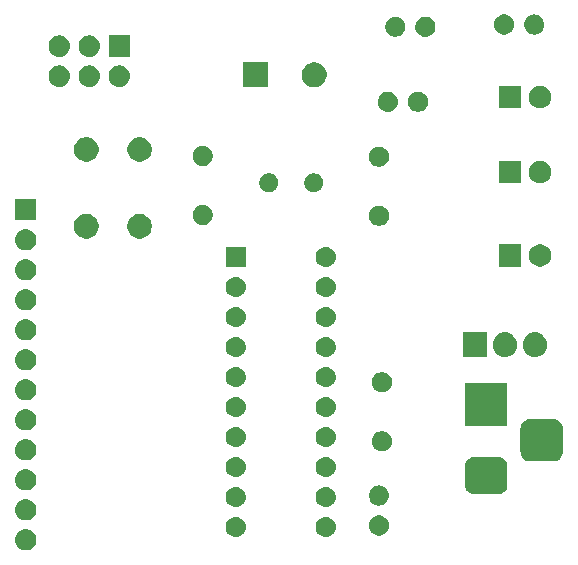
<source format=gts>
G04 #@! TF.GenerationSoftware,KiCad,Pcbnew,5.0.2-5.fc29*
G04 #@! TF.CreationDate,2019-02-21T16:31:19+01:00*
G04 #@! TF.ProjectId,AVR Dev,41565220-4465-4762-9e6b-696361645f70,rev?*
G04 #@! TF.SameCoordinates,Original*
G04 #@! TF.FileFunction,Soldermask,Top*
G04 #@! TF.FilePolarity,Negative*
%FSLAX46Y46*%
G04 Gerber Fmt 4.6, Leading zero omitted, Abs format (unit mm)*
G04 Created by KiCad (PCBNEW 5.0.2-5.fc29) date czw, 21 lut 2019, 16:31:19*
%MOMM*%
%LPD*%
G01*
G04 APERTURE LIST*
%ADD10C,0.200000*%
G04 APERTURE END LIST*
D10*
G36*
X140826443Y-92514019D02*
X140892627Y-92520537D01*
X141005853Y-92554884D01*
X141062467Y-92572057D01*
X141124285Y-92605100D01*
X141218991Y-92655722D01*
X141254729Y-92685052D01*
X141356186Y-92768314D01*
X141433903Y-92863014D01*
X141468778Y-92905509D01*
X141468779Y-92905511D01*
X141552443Y-93062033D01*
X141552443Y-93062034D01*
X141603963Y-93231873D01*
X141621359Y-93408500D01*
X141603963Y-93585127D01*
X141569616Y-93698353D01*
X141552443Y-93754967D01*
X141478348Y-93893587D01*
X141468778Y-93911491D01*
X141439448Y-93947229D01*
X141356186Y-94048686D01*
X141254729Y-94131948D01*
X141218991Y-94161278D01*
X141218989Y-94161279D01*
X141062467Y-94244943D01*
X141005853Y-94262116D01*
X140892627Y-94296463D01*
X140826443Y-94302981D01*
X140760260Y-94309500D01*
X140671740Y-94309500D01*
X140605557Y-94302981D01*
X140539373Y-94296463D01*
X140426147Y-94262116D01*
X140369533Y-94244943D01*
X140213011Y-94161279D01*
X140213009Y-94161278D01*
X140177271Y-94131948D01*
X140075814Y-94048686D01*
X139992552Y-93947229D01*
X139963222Y-93911491D01*
X139953652Y-93893587D01*
X139879557Y-93754967D01*
X139862384Y-93698353D01*
X139828037Y-93585127D01*
X139810641Y-93408500D01*
X139828037Y-93231873D01*
X139879557Y-93062034D01*
X139879557Y-93062033D01*
X139963221Y-92905511D01*
X139963222Y-92905509D01*
X139998097Y-92863014D01*
X140075814Y-92768314D01*
X140177271Y-92685052D01*
X140213009Y-92655722D01*
X140307715Y-92605100D01*
X140369533Y-92572057D01*
X140426147Y-92554884D01*
X140539373Y-92520537D01*
X140605557Y-92514019D01*
X140671740Y-92507500D01*
X140760260Y-92507500D01*
X140826443Y-92514019D01*
X140826443Y-92514019D01*
G37*
G36*
X158662821Y-91490313D02*
X158662824Y-91490314D01*
X158662825Y-91490314D01*
X158823239Y-91538975D01*
X158823241Y-91538976D01*
X158823244Y-91538977D01*
X158971078Y-91617995D01*
X159100659Y-91724341D01*
X159207005Y-91853922D01*
X159286023Y-92001756D01*
X159334687Y-92162179D01*
X159351117Y-92329000D01*
X159334687Y-92495821D01*
X159334686Y-92495824D01*
X159334686Y-92495825D01*
X159286182Y-92655722D01*
X159286023Y-92656244D01*
X159207005Y-92804078D01*
X159100659Y-92933659D01*
X158971078Y-93040005D01*
X158823244Y-93119023D01*
X158823241Y-93119024D01*
X158823239Y-93119025D01*
X158662825Y-93167686D01*
X158662824Y-93167686D01*
X158662821Y-93167687D01*
X158537804Y-93180000D01*
X158454196Y-93180000D01*
X158329179Y-93167687D01*
X158329176Y-93167686D01*
X158329175Y-93167686D01*
X158168761Y-93119025D01*
X158168759Y-93119024D01*
X158168756Y-93119023D01*
X158020922Y-93040005D01*
X157891341Y-92933659D01*
X157784995Y-92804078D01*
X157705977Y-92656244D01*
X157705819Y-92655722D01*
X157657314Y-92495825D01*
X157657314Y-92495824D01*
X157657313Y-92495821D01*
X157640883Y-92329000D01*
X157657313Y-92162179D01*
X157705977Y-92001756D01*
X157784995Y-91853922D01*
X157891341Y-91724341D01*
X158020922Y-91617995D01*
X158168756Y-91538977D01*
X158168759Y-91538976D01*
X158168761Y-91538975D01*
X158329175Y-91490314D01*
X158329176Y-91490314D01*
X158329179Y-91490313D01*
X158454196Y-91478000D01*
X158537804Y-91478000D01*
X158662821Y-91490313D01*
X158662821Y-91490313D01*
G37*
G36*
X166282821Y-91490313D02*
X166282824Y-91490314D01*
X166282825Y-91490314D01*
X166443239Y-91538975D01*
X166443241Y-91538976D01*
X166443244Y-91538977D01*
X166591078Y-91617995D01*
X166720659Y-91724341D01*
X166827005Y-91853922D01*
X166906023Y-92001756D01*
X166954687Y-92162179D01*
X166971117Y-92329000D01*
X166954687Y-92495821D01*
X166954686Y-92495824D01*
X166954686Y-92495825D01*
X166906182Y-92655722D01*
X166906023Y-92656244D01*
X166827005Y-92804078D01*
X166720659Y-92933659D01*
X166591078Y-93040005D01*
X166443244Y-93119023D01*
X166443241Y-93119024D01*
X166443239Y-93119025D01*
X166282825Y-93167686D01*
X166282824Y-93167686D01*
X166282821Y-93167687D01*
X166157804Y-93180000D01*
X166074196Y-93180000D01*
X165949179Y-93167687D01*
X165949176Y-93167686D01*
X165949175Y-93167686D01*
X165788761Y-93119025D01*
X165788759Y-93119024D01*
X165788756Y-93119023D01*
X165640922Y-93040005D01*
X165511341Y-92933659D01*
X165404995Y-92804078D01*
X165325977Y-92656244D01*
X165325819Y-92655722D01*
X165277314Y-92495825D01*
X165277314Y-92495824D01*
X165277313Y-92495821D01*
X165260883Y-92329000D01*
X165277313Y-92162179D01*
X165325977Y-92001756D01*
X165404995Y-91853922D01*
X165511341Y-91724341D01*
X165640922Y-91617995D01*
X165788756Y-91538977D01*
X165788759Y-91538976D01*
X165788761Y-91538975D01*
X165949175Y-91490314D01*
X165949176Y-91490314D01*
X165949179Y-91490313D01*
X166074196Y-91478000D01*
X166157804Y-91478000D01*
X166282821Y-91490313D01*
X166282821Y-91490313D01*
G37*
G36*
X170872228Y-91383703D02*
X171027100Y-91447853D01*
X171166481Y-91540985D01*
X171285015Y-91659519D01*
X171378147Y-91798900D01*
X171442297Y-91953772D01*
X171475000Y-92118184D01*
X171475000Y-92285816D01*
X171442297Y-92450228D01*
X171378147Y-92605100D01*
X171285015Y-92744481D01*
X171166481Y-92863015D01*
X171027100Y-92956147D01*
X170872228Y-93020297D01*
X170707816Y-93053000D01*
X170540184Y-93053000D01*
X170375772Y-93020297D01*
X170220900Y-92956147D01*
X170081519Y-92863015D01*
X169962985Y-92744481D01*
X169869853Y-92605100D01*
X169805703Y-92450228D01*
X169773000Y-92285816D01*
X169773000Y-92118184D01*
X169805703Y-91953772D01*
X169869853Y-91798900D01*
X169962985Y-91659519D01*
X170081519Y-91540985D01*
X170220900Y-91447853D01*
X170375772Y-91383703D01*
X170540184Y-91351000D01*
X170707816Y-91351000D01*
X170872228Y-91383703D01*
X170872228Y-91383703D01*
G37*
G36*
X140826443Y-89974019D02*
X140892627Y-89980537D01*
X141005853Y-90014884D01*
X141062467Y-90032057D01*
X141201087Y-90106152D01*
X141218991Y-90115722D01*
X141245013Y-90137078D01*
X141356186Y-90228314D01*
X141439448Y-90329771D01*
X141468778Y-90365509D01*
X141468779Y-90365511D01*
X141552443Y-90522033D01*
X141552443Y-90522034D01*
X141603963Y-90691873D01*
X141621359Y-90868500D01*
X141603963Y-91045127D01*
X141569616Y-91158353D01*
X141552443Y-91214967D01*
X141479731Y-91351000D01*
X141468778Y-91371491D01*
X141458755Y-91383704D01*
X141356186Y-91508686D01*
X141254729Y-91591948D01*
X141218991Y-91621278D01*
X141218989Y-91621279D01*
X141062467Y-91704943D01*
X141005853Y-91722116D01*
X140892627Y-91756463D01*
X140826443Y-91762981D01*
X140760260Y-91769500D01*
X140671740Y-91769500D01*
X140605557Y-91762981D01*
X140539373Y-91756463D01*
X140426147Y-91722116D01*
X140369533Y-91704943D01*
X140213011Y-91621279D01*
X140213009Y-91621278D01*
X140177271Y-91591948D01*
X140075814Y-91508686D01*
X139973245Y-91383704D01*
X139963222Y-91371491D01*
X139952269Y-91351000D01*
X139879557Y-91214967D01*
X139862384Y-91158353D01*
X139828037Y-91045127D01*
X139810641Y-90868500D01*
X139828037Y-90691873D01*
X139879557Y-90522034D01*
X139879557Y-90522033D01*
X139963221Y-90365511D01*
X139963222Y-90365509D01*
X139992552Y-90329771D01*
X140075814Y-90228314D01*
X140186987Y-90137078D01*
X140213009Y-90115722D01*
X140230913Y-90106152D01*
X140369533Y-90032057D01*
X140426147Y-90014884D01*
X140539373Y-89980537D01*
X140605557Y-89974019D01*
X140671740Y-89967500D01*
X140760260Y-89967500D01*
X140826443Y-89974019D01*
X140826443Y-89974019D01*
G37*
G36*
X166282821Y-88950313D02*
X166282824Y-88950314D01*
X166282825Y-88950314D01*
X166443239Y-88998975D01*
X166443241Y-88998976D01*
X166443244Y-88998977D01*
X166591078Y-89077995D01*
X166720659Y-89184341D01*
X166827005Y-89313922D01*
X166906023Y-89461756D01*
X166906024Y-89461759D01*
X166906025Y-89461761D01*
X166926573Y-89529500D01*
X166954687Y-89622179D01*
X166971117Y-89789000D01*
X166954687Y-89955821D01*
X166954686Y-89955824D01*
X166954686Y-89955825D01*
X166906182Y-90115722D01*
X166906023Y-90116244D01*
X166827005Y-90264078D01*
X166720659Y-90393659D01*
X166591078Y-90500005D01*
X166443244Y-90579023D01*
X166443241Y-90579024D01*
X166443239Y-90579025D01*
X166282825Y-90627686D01*
X166282824Y-90627686D01*
X166282821Y-90627687D01*
X166157804Y-90640000D01*
X166074196Y-90640000D01*
X165949179Y-90627687D01*
X165949176Y-90627686D01*
X165949175Y-90627686D01*
X165788761Y-90579025D01*
X165788759Y-90579024D01*
X165788756Y-90579023D01*
X165640922Y-90500005D01*
X165511341Y-90393659D01*
X165404995Y-90264078D01*
X165325977Y-90116244D01*
X165325819Y-90115722D01*
X165277314Y-89955825D01*
X165277314Y-89955824D01*
X165277313Y-89955821D01*
X165260883Y-89789000D01*
X165277313Y-89622179D01*
X165305427Y-89529500D01*
X165325975Y-89461761D01*
X165325976Y-89461759D01*
X165325977Y-89461756D01*
X165404995Y-89313922D01*
X165511341Y-89184341D01*
X165640922Y-89077995D01*
X165788756Y-88998977D01*
X165788759Y-88998976D01*
X165788761Y-88998975D01*
X165949175Y-88950314D01*
X165949176Y-88950314D01*
X165949179Y-88950313D01*
X166074196Y-88938000D01*
X166157804Y-88938000D01*
X166282821Y-88950313D01*
X166282821Y-88950313D01*
G37*
G36*
X158662821Y-88950313D02*
X158662824Y-88950314D01*
X158662825Y-88950314D01*
X158823239Y-88998975D01*
X158823241Y-88998976D01*
X158823244Y-88998977D01*
X158971078Y-89077995D01*
X159100659Y-89184341D01*
X159207005Y-89313922D01*
X159286023Y-89461756D01*
X159286024Y-89461759D01*
X159286025Y-89461761D01*
X159306573Y-89529500D01*
X159334687Y-89622179D01*
X159351117Y-89789000D01*
X159334687Y-89955821D01*
X159334686Y-89955824D01*
X159334686Y-89955825D01*
X159286182Y-90115722D01*
X159286023Y-90116244D01*
X159207005Y-90264078D01*
X159100659Y-90393659D01*
X158971078Y-90500005D01*
X158823244Y-90579023D01*
X158823241Y-90579024D01*
X158823239Y-90579025D01*
X158662825Y-90627686D01*
X158662824Y-90627686D01*
X158662821Y-90627687D01*
X158537804Y-90640000D01*
X158454196Y-90640000D01*
X158329179Y-90627687D01*
X158329176Y-90627686D01*
X158329175Y-90627686D01*
X158168761Y-90579025D01*
X158168759Y-90579024D01*
X158168756Y-90579023D01*
X158020922Y-90500005D01*
X157891341Y-90393659D01*
X157784995Y-90264078D01*
X157705977Y-90116244D01*
X157705819Y-90115722D01*
X157657314Y-89955825D01*
X157657314Y-89955824D01*
X157657313Y-89955821D01*
X157640883Y-89789000D01*
X157657313Y-89622179D01*
X157685427Y-89529500D01*
X157705975Y-89461761D01*
X157705976Y-89461759D01*
X157705977Y-89461756D01*
X157784995Y-89313922D01*
X157891341Y-89184341D01*
X158020922Y-89077995D01*
X158168756Y-88998977D01*
X158168759Y-88998976D01*
X158168761Y-88998975D01*
X158329175Y-88950314D01*
X158329176Y-88950314D01*
X158329179Y-88950313D01*
X158454196Y-88938000D01*
X158537804Y-88938000D01*
X158662821Y-88950313D01*
X158662821Y-88950313D01*
G37*
G36*
X170790821Y-88823313D02*
X170790824Y-88823314D01*
X170790825Y-88823314D01*
X170951239Y-88871975D01*
X170951241Y-88871976D01*
X170951244Y-88871977D01*
X171099078Y-88950995D01*
X171228659Y-89057341D01*
X171335005Y-89186922D01*
X171414023Y-89334756D01*
X171414024Y-89334759D01*
X171414025Y-89334761D01*
X171456464Y-89474665D01*
X171462687Y-89495179D01*
X171479117Y-89662000D01*
X171462687Y-89828821D01*
X171462686Y-89828824D01*
X171462686Y-89828825D01*
X171416665Y-89980537D01*
X171414023Y-89989244D01*
X171335005Y-90137078D01*
X171228659Y-90266659D01*
X171099078Y-90373005D01*
X170951244Y-90452023D01*
X170951241Y-90452024D01*
X170951239Y-90452025D01*
X170790825Y-90500686D01*
X170790824Y-90500686D01*
X170790821Y-90500687D01*
X170665804Y-90513000D01*
X170582196Y-90513000D01*
X170457179Y-90500687D01*
X170457176Y-90500686D01*
X170457175Y-90500686D01*
X170296761Y-90452025D01*
X170296759Y-90452024D01*
X170296756Y-90452023D01*
X170148922Y-90373005D01*
X170019341Y-90266659D01*
X169912995Y-90137078D01*
X169833977Y-89989244D01*
X169831336Y-89980537D01*
X169785314Y-89828825D01*
X169785314Y-89828824D01*
X169785313Y-89828821D01*
X169768883Y-89662000D01*
X169785313Y-89495179D01*
X169791536Y-89474665D01*
X169833975Y-89334761D01*
X169833976Y-89334759D01*
X169833977Y-89334756D01*
X169912995Y-89186922D01*
X170019341Y-89057341D01*
X170148922Y-88950995D01*
X170296756Y-88871977D01*
X170296759Y-88871976D01*
X170296761Y-88871975D01*
X170457175Y-88823314D01*
X170457176Y-88823314D01*
X170457179Y-88823313D01*
X170582196Y-88811000D01*
X170665804Y-88811000D01*
X170790821Y-88823313D01*
X170790821Y-88823313D01*
G37*
G36*
X180931978Y-86441793D02*
X181065627Y-86482335D01*
X181188782Y-86548162D01*
X181296739Y-86636761D01*
X181385338Y-86744718D01*
X181451165Y-86867873D01*
X181491707Y-87001522D01*
X181506000Y-87146640D01*
X181506000Y-88810360D01*
X181491707Y-88955478D01*
X181451165Y-89089127D01*
X181385338Y-89212282D01*
X181296739Y-89320239D01*
X181188782Y-89408838D01*
X181065627Y-89474665D01*
X180931978Y-89515207D01*
X180786860Y-89529500D01*
X178623140Y-89529500D01*
X178478022Y-89515207D01*
X178344373Y-89474665D01*
X178221218Y-89408838D01*
X178113261Y-89320239D01*
X178024662Y-89212282D01*
X177958835Y-89089127D01*
X177918293Y-88955478D01*
X177904000Y-88810360D01*
X177904000Y-87146640D01*
X177918293Y-87001522D01*
X177958835Y-86867873D01*
X178024662Y-86744718D01*
X178113261Y-86636761D01*
X178221218Y-86548162D01*
X178344373Y-86482335D01*
X178478022Y-86441793D01*
X178623140Y-86427500D01*
X180786860Y-86427500D01*
X180931978Y-86441793D01*
X180931978Y-86441793D01*
G37*
G36*
X140826443Y-87434019D02*
X140892627Y-87440537D01*
X141005853Y-87474884D01*
X141062467Y-87492057D01*
X141201087Y-87566152D01*
X141218991Y-87575722D01*
X141254729Y-87605052D01*
X141356186Y-87688314D01*
X141439448Y-87789771D01*
X141468778Y-87825509D01*
X141468779Y-87825511D01*
X141552443Y-87982033D01*
X141552443Y-87982034D01*
X141603963Y-88151873D01*
X141621359Y-88328500D01*
X141603963Y-88505127D01*
X141569616Y-88618353D01*
X141552443Y-88674967D01*
X141510198Y-88754000D01*
X141468778Y-88831491D01*
X141439448Y-88867229D01*
X141356186Y-88968686D01*
X141256164Y-89050771D01*
X141218991Y-89081278D01*
X141218989Y-89081279D01*
X141062467Y-89164943D01*
X141005853Y-89182116D01*
X140892627Y-89216463D01*
X140826443Y-89222981D01*
X140760260Y-89229500D01*
X140671740Y-89229500D01*
X140605557Y-89222981D01*
X140539373Y-89216463D01*
X140426147Y-89182116D01*
X140369533Y-89164943D01*
X140213011Y-89081279D01*
X140213009Y-89081278D01*
X140175836Y-89050771D01*
X140075814Y-88968686D01*
X139992552Y-88867229D01*
X139963222Y-88831491D01*
X139921802Y-88754000D01*
X139879557Y-88674967D01*
X139862384Y-88618353D01*
X139828037Y-88505127D01*
X139810641Y-88328500D01*
X139828037Y-88151873D01*
X139879557Y-87982034D01*
X139879557Y-87982033D01*
X139963221Y-87825511D01*
X139963222Y-87825509D01*
X139992552Y-87789771D01*
X140075814Y-87688314D01*
X140177271Y-87605052D01*
X140213009Y-87575722D01*
X140230913Y-87566152D01*
X140369533Y-87492057D01*
X140426147Y-87474884D01*
X140539373Y-87440537D01*
X140605557Y-87434019D01*
X140671740Y-87427500D01*
X140760260Y-87427500D01*
X140826443Y-87434019D01*
X140826443Y-87434019D01*
G37*
G36*
X166282821Y-86410313D02*
X166282824Y-86410314D01*
X166282825Y-86410314D01*
X166443239Y-86458975D01*
X166443241Y-86458976D01*
X166443244Y-86458977D01*
X166591078Y-86537995D01*
X166720659Y-86644341D01*
X166827005Y-86773922D01*
X166906023Y-86921756D01*
X166906024Y-86921759D01*
X166906025Y-86921761D01*
X166954686Y-87082175D01*
X166954687Y-87082179D01*
X166971117Y-87249000D01*
X166954687Y-87415821D01*
X166954686Y-87415824D01*
X166954686Y-87415825D01*
X166906182Y-87575722D01*
X166906023Y-87576244D01*
X166827005Y-87724078D01*
X166720659Y-87853659D01*
X166591078Y-87960005D01*
X166443244Y-88039023D01*
X166443241Y-88039024D01*
X166443239Y-88039025D01*
X166282825Y-88087686D01*
X166282824Y-88087686D01*
X166282821Y-88087687D01*
X166157804Y-88100000D01*
X166074196Y-88100000D01*
X165949179Y-88087687D01*
X165949176Y-88087686D01*
X165949175Y-88087686D01*
X165788761Y-88039025D01*
X165788759Y-88039024D01*
X165788756Y-88039023D01*
X165640922Y-87960005D01*
X165511341Y-87853659D01*
X165404995Y-87724078D01*
X165325977Y-87576244D01*
X165325819Y-87575722D01*
X165277314Y-87415825D01*
X165277314Y-87415824D01*
X165277313Y-87415821D01*
X165260883Y-87249000D01*
X165277313Y-87082179D01*
X165277314Y-87082175D01*
X165325975Y-86921761D01*
X165325976Y-86921759D01*
X165325977Y-86921756D01*
X165404995Y-86773922D01*
X165511341Y-86644341D01*
X165640922Y-86537995D01*
X165788756Y-86458977D01*
X165788759Y-86458976D01*
X165788761Y-86458975D01*
X165949175Y-86410314D01*
X165949176Y-86410314D01*
X165949179Y-86410313D01*
X166074196Y-86398000D01*
X166157804Y-86398000D01*
X166282821Y-86410313D01*
X166282821Y-86410313D01*
G37*
G36*
X158662821Y-86410313D02*
X158662824Y-86410314D01*
X158662825Y-86410314D01*
X158823239Y-86458975D01*
X158823241Y-86458976D01*
X158823244Y-86458977D01*
X158971078Y-86537995D01*
X159100659Y-86644341D01*
X159207005Y-86773922D01*
X159286023Y-86921756D01*
X159286024Y-86921759D01*
X159286025Y-86921761D01*
X159334686Y-87082175D01*
X159334687Y-87082179D01*
X159351117Y-87249000D01*
X159334687Y-87415821D01*
X159334686Y-87415824D01*
X159334686Y-87415825D01*
X159286182Y-87575722D01*
X159286023Y-87576244D01*
X159207005Y-87724078D01*
X159100659Y-87853659D01*
X158971078Y-87960005D01*
X158823244Y-88039023D01*
X158823241Y-88039024D01*
X158823239Y-88039025D01*
X158662825Y-88087686D01*
X158662824Y-88087686D01*
X158662821Y-88087687D01*
X158537804Y-88100000D01*
X158454196Y-88100000D01*
X158329179Y-88087687D01*
X158329176Y-88087686D01*
X158329175Y-88087686D01*
X158168761Y-88039025D01*
X158168759Y-88039024D01*
X158168756Y-88039023D01*
X158020922Y-87960005D01*
X157891341Y-87853659D01*
X157784995Y-87724078D01*
X157705977Y-87576244D01*
X157705819Y-87575722D01*
X157657314Y-87415825D01*
X157657314Y-87415824D01*
X157657313Y-87415821D01*
X157640883Y-87249000D01*
X157657313Y-87082179D01*
X157657314Y-87082175D01*
X157705975Y-86921761D01*
X157705976Y-86921759D01*
X157705977Y-86921756D01*
X157784995Y-86773922D01*
X157891341Y-86644341D01*
X158020922Y-86537995D01*
X158168756Y-86458977D01*
X158168759Y-86458976D01*
X158168761Y-86458975D01*
X158329175Y-86410314D01*
X158329176Y-86410314D01*
X158329179Y-86410313D01*
X158454196Y-86398000D01*
X158537804Y-86398000D01*
X158662821Y-86410313D01*
X158662821Y-86410313D01*
G37*
G36*
X185531366Y-83194195D02*
X185688458Y-83241848D01*
X185833230Y-83319231D01*
X185960128Y-83423372D01*
X186064269Y-83550270D01*
X186141652Y-83695042D01*
X186189305Y-83852134D01*
X186206000Y-84021640D01*
X186206000Y-85935360D01*
X186189305Y-86104866D01*
X186141652Y-86261958D01*
X186064269Y-86406730D01*
X185960128Y-86533628D01*
X185833230Y-86637769D01*
X185688458Y-86715152D01*
X185531366Y-86762805D01*
X185361860Y-86779500D01*
X183448140Y-86779500D01*
X183278634Y-86762805D01*
X183121542Y-86715152D01*
X182976770Y-86637769D01*
X182849872Y-86533628D01*
X182745731Y-86406730D01*
X182668348Y-86261958D01*
X182620695Y-86104866D01*
X182604000Y-85935360D01*
X182604000Y-84021640D01*
X182620695Y-83852134D01*
X182668348Y-83695042D01*
X182745731Y-83550270D01*
X182849872Y-83423372D01*
X182976770Y-83319231D01*
X183121542Y-83241848D01*
X183278634Y-83194195D01*
X183448140Y-83177500D01*
X185361860Y-83177500D01*
X185531366Y-83194195D01*
X185531366Y-83194195D01*
G37*
G36*
X140826442Y-84894018D02*
X140892627Y-84900537D01*
X141005853Y-84934884D01*
X141062467Y-84952057D01*
X141132861Y-84989684D01*
X141218991Y-85035722D01*
X141254729Y-85065052D01*
X141356186Y-85148314D01*
X141439448Y-85249771D01*
X141468778Y-85285509D01*
X141468779Y-85285511D01*
X141552443Y-85442033D01*
X141569616Y-85498647D01*
X141603963Y-85611873D01*
X141621359Y-85788500D01*
X141603963Y-85965127D01*
X141576798Y-86054679D01*
X141552443Y-86134967D01*
X141505064Y-86223606D01*
X141468778Y-86291491D01*
X141439448Y-86327229D01*
X141356186Y-86428686D01*
X141254729Y-86511948D01*
X141218991Y-86541278D01*
X141218989Y-86541279D01*
X141062467Y-86624943D01*
X141005853Y-86642116D01*
X140892627Y-86676463D01*
X140826442Y-86682982D01*
X140760260Y-86689500D01*
X140671740Y-86689500D01*
X140605558Y-86682982D01*
X140539373Y-86676463D01*
X140426147Y-86642116D01*
X140369533Y-86624943D01*
X140213011Y-86541279D01*
X140213009Y-86541278D01*
X140177271Y-86511948D01*
X140075814Y-86428686D01*
X139992552Y-86327229D01*
X139963222Y-86291491D01*
X139926936Y-86223606D01*
X139879557Y-86134967D01*
X139855202Y-86054679D01*
X139828037Y-85965127D01*
X139810641Y-85788500D01*
X139828037Y-85611873D01*
X139862384Y-85498647D01*
X139879557Y-85442033D01*
X139963221Y-85285511D01*
X139963222Y-85285509D01*
X139992552Y-85249771D01*
X140075814Y-85148314D01*
X140177271Y-85065052D01*
X140213009Y-85035722D01*
X140299139Y-84989684D01*
X140369533Y-84952057D01*
X140426147Y-84934884D01*
X140539373Y-84900537D01*
X140605558Y-84894018D01*
X140671740Y-84887500D01*
X140760260Y-84887500D01*
X140826442Y-84894018D01*
X140826442Y-84894018D01*
G37*
G36*
X171126228Y-84255203D02*
X171281100Y-84319353D01*
X171420481Y-84412485D01*
X171539015Y-84531019D01*
X171632147Y-84670400D01*
X171696297Y-84825272D01*
X171729000Y-84989684D01*
X171729000Y-85157316D01*
X171696297Y-85321728D01*
X171632147Y-85476600D01*
X171539015Y-85615981D01*
X171420481Y-85734515D01*
X171281100Y-85827647D01*
X171126228Y-85891797D01*
X170961816Y-85924500D01*
X170794184Y-85924500D01*
X170629772Y-85891797D01*
X170474900Y-85827647D01*
X170335519Y-85734515D01*
X170216985Y-85615981D01*
X170123853Y-85476600D01*
X170059703Y-85321728D01*
X170027000Y-85157316D01*
X170027000Y-84989684D01*
X170059703Y-84825272D01*
X170123853Y-84670400D01*
X170216985Y-84531019D01*
X170335519Y-84412485D01*
X170474900Y-84319353D01*
X170629772Y-84255203D01*
X170794184Y-84222500D01*
X170961816Y-84222500D01*
X171126228Y-84255203D01*
X171126228Y-84255203D01*
G37*
G36*
X158662821Y-83870313D02*
X158662824Y-83870314D01*
X158662825Y-83870314D01*
X158823239Y-83918975D01*
X158823241Y-83918976D01*
X158823244Y-83918977D01*
X158971078Y-83997995D01*
X159100659Y-84104341D01*
X159207005Y-84233922D01*
X159286023Y-84381756D01*
X159334687Y-84542179D01*
X159351117Y-84709000D01*
X159334687Y-84875821D01*
X159334686Y-84875824D01*
X159334686Y-84875825D01*
X159286182Y-85035722D01*
X159286023Y-85036244D01*
X159207005Y-85184078D01*
X159100659Y-85313659D01*
X158971078Y-85420005D01*
X158823244Y-85499023D01*
X158823241Y-85499024D01*
X158823239Y-85499025D01*
X158662825Y-85547686D01*
X158662824Y-85547686D01*
X158662821Y-85547687D01*
X158537804Y-85560000D01*
X158454196Y-85560000D01*
X158329179Y-85547687D01*
X158329176Y-85547686D01*
X158329175Y-85547686D01*
X158168761Y-85499025D01*
X158168759Y-85499024D01*
X158168756Y-85499023D01*
X158020922Y-85420005D01*
X157891341Y-85313659D01*
X157784995Y-85184078D01*
X157705977Y-85036244D01*
X157705819Y-85035722D01*
X157657314Y-84875825D01*
X157657314Y-84875824D01*
X157657313Y-84875821D01*
X157640883Y-84709000D01*
X157657313Y-84542179D01*
X157705977Y-84381756D01*
X157784995Y-84233922D01*
X157891341Y-84104341D01*
X158020922Y-83997995D01*
X158168756Y-83918977D01*
X158168759Y-83918976D01*
X158168761Y-83918975D01*
X158329175Y-83870314D01*
X158329176Y-83870314D01*
X158329179Y-83870313D01*
X158454196Y-83858000D01*
X158537804Y-83858000D01*
X158662821Y-83870313D01*
X158662821Y-83870313D01*
G37*
G36*
X166282821Y-83870313D02*
X166282824Y-83870314D01*
X166282825Y-83870314D01*
X166443239Y-83918975D01*
X166443241Y-83918976D01*
X166443244Y-83918977D01*
X166591078Y-83997995D01*
X166720659Y-84104341D01*
X166827005Y-84233922D01*
X166906023Y-84381756D01*
X166954687Y-84542179D01*
X166971117Y-84709000D01*
X166954687Y-84875821D01*
X166954686Y-84875824D01*
X166954686Y-84875825D01*
X166906182Y-85035722D01*
X166906023Y-85036244D01*
X166827005Y-85184078D01*
X166720659Y-85313659D01*
X166591078Y-85420005D01*
X166443244Y-85499023D01*
X166443241Y-85499024D01*
X166443239Y-85499025D01*
X166282825Y-85547686D01*
X166282824Y-85547686D01*
X166282821Y-85547687D01*
X166157804Y-85560000D01*
X166074196Y-85560000D01*
X165949179Y-85547687D01*
X165949176Y-85547686D01*
X165949175Y-85547686D01*
X165788761Y-85499025D01*
X165788759Y-85499024D01*
X165788756Y-85499023D01*
X165640922Y-85420005D01*
X165511341Y-85313659D01*
X165404995Y-85184078D01*
X165325977Y-85036244D01*
X165325819Y-85035722D01*
X165277314Y-84875825D01*
X165277314Y-84875824D01*
X165277313Y-84875821D01*
X165260883Y-84709000D01*
X165277313Y-84542179D01*
X165325977Y-84381756D01*
X165404995Y-84233922D01*
X165511341Y-84104341D01*
X165640922Y-83997995D01*
X165788756Y-83918977D01*
X165788759Y-83918976D01*
X165788761Y-83918975D01*
X165949175Y-83870314D01*
X165949176Y-83870314D01*
X165949179Y-83870313D01*
X166074196Y-83858000D01*
X166157804Y-83858000D01*
X166282821Y-83870313D01*
X166282821Y-83870313D01*
G37*
G36*
X140826443Y-82354019D02*
X140892627Y-82360537D01*
X141005853Y-82394884D01*
X141062467Y-82412057D01*
X141201087Y-82486152D01*
X141218991Y-82495722D01*
X141254729Y-82525052D01*
X141356186Y-82608314D01*
X141439448Y-82709771D01*
X141468778Y-82745509D01*
X141468779Y-82745511D01*
X141552443Y-82902033D01*
X141552443Y-82902034D01*
X141603963Y-83071873D01*
X141621359Y-83248500D01*
X141603963Y-83425127D01*
X141599072Y-83441250D01*
X141552443Y-83594967D01*
X141498951Y-83695042D01*
X141468778Y-83751491D01*
X141445791Y-83779500D01*
X141356186Y-83888686D01*
X141254729Y-83971948D01*
X141218991Y-84001278D01*
X141218989Y-84001279D01*
X141062467Y-84084943D01*
X141005853Y-84102116D01*
X140892627Y-84136463D01*
X140826443Y-84142981D01*
X140760260Y-84149500D01*
X140671740Y-84149500D01*
X140605557Y-84142981D01*
X140539373Y-84136463D01*
X140426147Y-84102116D01*
X140369533Y-84084943D01*
X140213011Y-84001279D01*
X140213009Y-84001278D01*
X140177271Y-83971948D01*
X140075814Y-83888686D01*
X139986209Y-83779500D01*
X139963222Y-83751491D01*
X139933049Y-83695042D01*
X139879557Y-83594967D01*
X139832928Y-83441250D01*
X139828037Y-83425127D01*
X139810641Y-83248500D01*
X139828037Y-83071873D01*
X139879557Y-82902034D01*
X139879557Y-82902033D01*
X139963221Y-82745511D01*
X139963222Y-82745509D01*
X139992552Y-82709771D01*
X140075814Y-82608314D01*
X140177271Y-82525052D01*
X140213009Y-82495722D01*
X140230913Y-82486152D01*
X140369533Y-82412057D01*
X140426147Y-82394884D01*
X140539373Y-82360537D01*
X140605557Y-82354019D01*
X140671740Y-82347500D01*
X140760260Y-82347500D01*
X140826443Y-82354019D01*
X140826443Y-82354019D01*
G37*
G36*
X181506000Y-83779500D02*
X177904000Y-83779500D01*
X177904000Y-80177500D01*
X181506000Y-80177500D01*
X181506000Y-83779500D01*
X181506000Y-83779500D01*
G37*
G36*
X166282821Y-81330313D02*
X166282824Y-81330314D01*
X166282825Y-81330314D01*
X166443239Y-81378975D01*
X166443241Y-81378976D01*
X166443244Y-81378977D01*
X166591078Y-81457995D01*
X166720659Y-81564341D01*
X166827005Y-81693922D01*
X166906023Y-81841756D01*
X166954687Y-82002179D01*
X166971117Y-82169000D01*
X166954687Y-82335821D01*
X166954686Y-82335824D01*
X166954686Y-82335825D01*
X166906182Y-82495722D01*
X166906023Y-82496244D01*
X166827005Y-82644078D01*
X166720659Y-82773659D01*
X166591078Y-82880005D01*
X166443244Y-82959023D01*
X166443241Y-82959024D01*
X166443239Y-82959025D01*
X166282825Y-83007686D01*
X166282824Y-83007686D01*
X166282821Y-83007687D01*
X166157804Y-83020000D01*
X166074196Y-83020000D01*
X165949179Y-83007687D01*
X165949176Y-83007686D01*
X165949175Y-83007686D01*
X165788761Y-82959025D01*
X165788759Y-82959024D01*
X165788756Y-82959023D01*
X165640922Y-82880005D01*
X165511341Y-82773659D01*
X165404995Y-82644078D01*
X165325977Y-82496244D01*
X165325819Y-82495722D01*
X165277314Y-82335825D01*
X165277314Y-82335824D01*
X165277313Y-82335821D01*
X165260883Y-82169000D01*
X165277313Y-82002179D01*
X165325977Y-81841756D01*
X165404995Y-81693922D01*
X165511341Y-81564341D01*
X165640922Y-81457995D01*
X165788756Y-81378977D01*
X165788759Y-81378976D01*
X165788761Y-81378975D01*
X165949175Y-81330314D01*
X165949176Y-81330314D01*
X165949179Y-81330313D01*
X166074196Y-81318000D01*
X166157804Y-81318000D01*
X166282821Y-81330313D01*
X166282821Y-81330313D01*
G37*
G36*
X158662821Y-81330313D02*
X158662824Y-81330314D01*
X158662825Y-81330314D01*
X158823239Y-81378975D01*
X158823241Y-81378976D01*
X158823244Y-81378977D01*
X158971078Y-81457995D01*
X159100659Y-81564341D01*
X159207005Y-81693922D01*
X159286023Y-81841756D01*
X159334687Y-82002179D01*
X159351117Y-82169000D01*
X159334687Y-82335821D01*
X159334686Y-82335824D01*
X159334686Y-82335825D01*
X159286182Y-82495722D01*
X159286023Y-82496244D01*
X159207005Y-82644078D01*
X159100659Y-82773659D01*
X158971078Y-82880005D01*
X158823244Y-82959023D01*
X158823241Y-82959024D01*
X158823239Y-82959025D01*
X158662825Y-83007686D01*
X158662824Y-83007686D01*
X158662821Y-83007687D01*
X158537804Y-83020000D01*
X158454196Y-83020000D01*
X158329179Y-83007687D01*
X158329176Y-83007686D01*
X158329175Y-83007686D01*
X158168761Y-82959025D01*
X158168759Y-82959024D01*
X158168756Y-82959023D01*
X158020922Y-82880005D01*
X157891341Y-82773659D01*
X157784995Y-82644078D01*
X157705977Y-82496244D01*
X157705819Y-82495722D01*
X157657314Y-82335825D01*
X157657314Y-82335824D01*
X157657313Y-82335821D01*
X157640883Y-82169000D01*
X157657313Y-82002179D01*
X157705977Y-81841756D01*
X157784995Y-81693922D01*
X157891341Y-81564341D01*
X158020922Y-81457995D01*
X158168756Y-81378977D01*
X158168759Y-81378976D01*
X158168761Y-81378975D01*
X158329175Y-81330314D01*
X158329176Y-81330314D01*
X158329179Y-81330313D01*
X158454196Y-81318000D01*
X158537804Y-81318000D01*
X158662821Y-81330313D01*
X158662821Y-81330313D01*
G37*
G36*
X140826442Y-79814018D02*
X140892627Y-79820537D01*
X141005853Y-79854884D01*
X141062467Y-79872057D01*
X141201087Y-79946152D01*
X141218991Y-79955722D01*
X141254729Y-79985052D01*
X141356186Y-80068314D01*
X141429227Y-80157316D01*
X141468778Y-80205509D01*
X141468779Y-80205511D01*
X141552443Y-80362033D01*
X141552443Y-80362034D01*
X141603963Y-80531873D01*
X141621359Y-80708500D01*
X141603963Y-80885127D01*
X141592019Y-80924500D01*
X141552443Y-81054967D01*
X141478348Y-81193587D01*
X141468778Y-81211491D01*
X141439448Y-81247229D01*
X141356186Y-81348686D01*
X141254729Y-81431948D01*
X141218991Y-81461278D01*
X141218989Y-81461279D01*
X141062467Y-81544943D01*
X141005853Y-81562116D01*
X140892627Y-81596463D01*
X140826443Y-81602981D01*
X140760260Y-81609500D01*
X140671740Y-81609500D01*
X140605557Y-81602981D01*
X140539373Y-81596463D01*
X140426147Y-81562116D01*
X140369533Y-81544943D01*
X140213011Y-81461279D01*
X140213009Y-81461278D01*
X140177271Y-81431948D01*
X140075814Y-81348686D01*
X139992552Y-81247229D01*
X139963222Y-81211491D01*
X139953652Y-81193587D01*
X139879557Y-81054967D01*
X139839981Y-80924500D01*
X139828037Y-80885127D01*
X139810641Y-80708500D01*
X139828037Y-80531873D01*
X139879557Y-80362034D01*
X139879557Y-80362033D01*
X139963221Y-80205511D01*
X139963222Y-80205509D01*
X140002773Y-80157316D01*
X140075814Y-80068314D01*
X140177271Y-79985052D01*
X140213009Y-79955722D01*
X140230913Y-79946152D01*
X140369533Y-79872057D01*
X140426147Y-79854884D01*
X140539373Y-79820537D01*
X140605558Y-79814018D01*
X140671740Y-79807500D01*
X140760260Y-79807500D01*
X140826442Y-79814018D01*
X140826442Y-79814018D01*
G37*
G36*
X171126228Y-79255203D02*
X171281100Y-79319353D01*
X171420481Y-79412485D01*
X171539015Y-79531019D01*
X171632147Y-79670400D01*
X171696297Y-79825272D01*
X171729000Y-79989684D01*
X171729000Y-80157316D01*
X171696297Y-80321728D01*
X171632147Y-80476600D01*
X171539015Y-80615981D01*
X171420481Y-80734515D01*
X171281100Y-80827647D01*
X171126228Y-80891797D01*
X170961816Y-80924500D01*
X170794184Y-80924500D01*
X170629772Y-80891797D01*
X170474900Y-80827647D01*
X170335519Y-80734515D01*
X170216985Y-80615981D01*
X170123853Y-80476600D01*
X170059703Y-80321728D01*
X170027000Y-80157316D01*
X170027000Y-79989684D01*
X170059703Y-79825272D01*
X170123853Y-79670400D01*
X170216985Y-79531019D01*
X170335519Y-79412485D01*
X170474900Y-79319353D01*
X170629772Y-79255203D01*
X170794184Y-79222500D01*
X170961816Y-79222500D01*
X171126228Y-79255203D01*
X171126228Y-79255203D01*
G37*
G36*
X166282821Y-78790313D02*
X166282824Y-78790314D01*
X166282825Y-78790314D01*
X166443239Y-78838975D01*
X166443241Y-78838976D01*
X166443244Y-78838977D01*
X166591078Y-78917995D01*
X166720659Y-79024341D01*
X166827005Y-79153922D01*
X166906023Y-79301756D01*
X166906024Y-79301759D01*
X166906025Y-79301761D01*
X166939613Y-79412486D01*
X166954687Y-79462179D01*
X166971117Y-79629000D01*
X166954687Y-79795821D01*
X166954686Y-79795824D01*
X166954686Y-79795825D01*
X166906182Y-79955722D01*
X166906023Y-79956244D01*
X166827005Y-80104078D01*
X166720659Y-80233659D01*
X166591078Y-80340005D01*
X166443244Y-80419023D01*
X166443241Y-80419024D01*
X166443239Y-80419025D01*
X166282825Y-80467686D01*
X166282824Y-80467686D01*
X166282821Y-80467687D01*
X166157804Y-80480000D01*
X166074196Y-80480000D01*
X165949179Y-80467687D01*
X165949176Y-80467686D01*
X165949175Y-80467686D01*
X165788761Y-80419025D01*
X165788759Y-80419024D01*
X165788756Y-80419023D01*
X165640922Y-80340005D01*
X165511341Y-80233659D01*
X165404995Y-80104078D01*
X165325977Y-79956244D01*
X165325819Y-79955722D01*
X165277314Y-79795825D01*
X165277314Y-79795824D01*
X165277313Y-79795821D01*
X165260883Y-79629000D01*
X165277313Y-79462179D01*
X165292387Y-79412486D01*
X165325975Y-79301761D01*
X165325976Y-79301759D01*
X165325977Y-79301756D01*
X165404995Y-79153922D01*
X165511341Y-79024341D01*
X165640922Y-78917995D01*
X165788756Y-78838977D01*
X165788759Y-78838976D01*
X165788761Y-78838975D01*
X165949175Y-78790314D01*
X165949176Y-78790314D01*
X165949179Y-78790313D01*
X166074196Y-78778000D01*
X166157804Y-78778000D01*
X166282821Y-78790313D01*
X166282821Y-78790313D01*
G37*
G36*
X158662821Y-78790313D02*
X158662824Y-78790314D01*
X158662825Y-78790314D01*
X158823239Y-78838975D01*
X158823241Y-78838976D01*
X158823244Y-78838977D01*
X158971078Y-78917995D01*
X159100659Y-79024341D01*
X159207005Y-79153922D01*
X159286023Y-79301756D01*
X159286024Y-79301759D01*
X159286025Y-79301761D01*
X159319613Y-79412486D01*
X159334687Y-79462179D01*
X159351117Y-79629000D01*
X159334687Y-79795821D01*
X159334686Y-79795824D01*
X159334686Y-79795825D01*
X159286182Y-79955722D01*
X159286023Y-79956244D01*
X159207005Y-80104078D01*
X159100659Y-80233659D01*
X158971078Y-80340005D01*
X158823244Y-80419023D01*
X158823241Y-80419024D01*
X158823239Y-80419025D01*
X158662825Y-80467686D01*
X158662824Y-80467686D01*
X158662821Y-80467687D01*
X158537804Y-80480000D01*
X158454196Y-80480000D01*
X158329179Y-80467687D01*
X158329176Y-80467686D01*
X158329175Y-80467686D01*
X158168761Y-80419025D01*
X158168759Y-80419024D01*
X158168756Y-80419023D01*
X158020922Y-80340005D01*
X157891341Y-80233659D01*
X157784995Y-80104078D01*
X157705977Y-79956244D01*
X157705819Y-79955722D01*
X157657314Y-79795825D01*
X157657314Y-79795824D01*
X157657313Y-79795821D01*
X157640883Y-79629000D01*
X157657313Y-79462179D01*
X157672387Y-79412486D01*
X157705975Y-79301761D01*
X157705976Y-79301759D01*
X157705977Y-79301756D01*
X157784995Y-79153922D01*
X157891341Y-79024341D01*
X158020922Y-78917995D01*
X158168756Y-78838977D01*
X158168759Y-78838976D01*
X158168761Y-78838975D01*
X158329175Y-78790314D01*
X158329176Y-78790314D01*
X158329179Y-78790313D01*
X158454196Y-78778000D01*
X158537804Y-78778000D01*
X158662821Y-78790313D01*
X158662821Y-78790313D01*
G37*
G36*
X140826443Y-77274019D02*
X140892627Y-77280537D01*
X141005853Y-77314884D01*
X141062467Y-77332057D01*
X141201087Y-77406152D01*
X141218991Y-77415722D01*
X141254729Y-77445052D01*
X141356186Y-77528314D01*
X141439448Y-77629771D01*
X141468778Y-77665509D01*
X141468779Y-77665511D01*
X141552443Y-77822033D01*
X141552443Y-77822034D01*
X141603963Y-77991873D01*
X141621359Y-78168500D01*
X141603963Y-78345127D01*
X141569616Y-78458353D01*
X141552443Y-78514967D01*
X141478348Y-78653587D01*
X141468778Y-78671491D01*
X141439448Y-78707229D01*
X141356186Y-78808686D01*
X141254729Y-78891948D01*
X141218991Y-78921278D01*
X141218989Y-78921279D01*
X141062467Y-79004943D01*
X141005853Y-79022116D01*
X140892627Y-79056463D01*
X140826442Y-79062982D01*
X140760260Y-79069500D01*
X140671740Y-79069500D01*
X140605558Y-79062982D01*
X140539373Y-79056463D01*
X140426147Y-79022116D01*
X140369533Y-79004943D01*
X140213011Y-78921279D01*
X140213009Y-78921278D01*
X140177271Y-78891948D01*
X140075814Y-78808686D01*
X139992552Y-78707229D01*
X139963222Y-78671491D01*
X139953652Y-78653587D01*
X139879557Y-78514967D01*
X139862384Y-78458353D01*
X139828037Y-78345127D01*
X139810641Y-78168500D01*
X139828037Y-77991873D01*
X139879557Y-77822034D01*
X139879557Y-77822033D01*
X139963221Y-77665511D01*
X139963222Y-77665509D01*
X139992552Y-77629771D01*
X140075814Y-77528314D01*
X140177271Y-77445052D01*
X140213009Y-77415722D01*
X140230913Y-77406152D01*
X140369533Y-77332057D01*
X140426147Y-77314884D01*
X140539373Y-77280537D01*
X140605557Y-77274019D01*
X140671740Y-77267500D01*
X140760260Y-77267500D01*
X140826443Y-77274019D01*
X140826443Y-77274019D01*
G37*
G36*
X181488719Y-75862020D02*
X181677880Y-75919401D01*
X181852212Y-76012583D01*
X182005015Y-76137985D01*
X182130417Y-76290788D01*
X182223599Y-76465119D01*
X182280980Y-76654280D01*
X182295500Y-76801706D01*
X182295500Y-76995293D01*
X182280980Y-77142719D01*
X182223599Y-77331880D01*
X182130417Y-77506212D01*
X182005015Y-77659015D01*
X181852212Y-77784417D01*
X181677881Y-77877599D01*
X181488720Y-77934980D01*
X181292000Y-77954355D01*
X181095281Y-77934980D01*
X180906120Y-77877599D01*
X180731788Y-77784417D01*
X180578985Y-77659015D01*
X180453583Y-77506212D01*
X180360401Y-77331881D01*
X180303020Y-77142720D01*
X180288500Y-76995294D01*
X180288500Y-76801707D01*
X180303020Y-76654281D01*
X180360401Y-76465120D01*
X180453583Y-76290788D01*
X180578985Y-76137985D01*
X180731788Y-76012583D01*
X180906119Y-75919401D01*
X181095280Y-75862020D01*
X181292000Y-75842645D01*
X181488719Y-75862020D01*
X181488719Y-75862020D01*
G37*
G36*
X184028719Y-75862020D02*
X184217880Y-75919401D01*
X184392212Y-76012583D01*
X184545015Y-76137985D01*
X184670417Y-76290788D01*
X184763599Y-76465119D01*
X184820980Y-76654280D01*
X184835500Y-76801706D01*
X184835500Y-76995293D01*
X184820980Y-77142719D01*
X184763599Y-77331880D01*
X184670417Y-77506212D01*
X184545015Y-77659015D01*
X184392212Y-77784417D01*
X184217881Y-77877599D01*
X184028720Y-77934980D01*
X183832000Y-77954355D01*
X183635281Y-77934980D01*
X183446120Y-77877599D01*
X183271788Y-77784417D01*
X183118985Y-77659015D01*
X182993583Y-77506212D01*
X182900401Y-77331881D01*
X182843020Y-77142720D01*
X182828500Y-76995294D01*
X182828500Y-76801707D01*
X182843020Y-76654281D01*
X182900401Y-76465120D01*
X182993583Y-76290788D01*
X183118985Y-76137985D01*
X183271788Y-76012583D01*
X183446119Y-75919401D01*
X183635280Y-75862020D01*
X183832000Y-75842645D01*
X184028719Y-75862020D01*
X184028719Y-75862020D01*
G37*
G36*
X179755500Y-77949500D02*
X177748500Y-77949500D01*
X177748500Y-75847500D01*
X179755500Y-75847500D01*
X179755500Y-77949500D01*
X179755500Y-77949500D01*
G37*
G36*
X166282821Y-76250313D02*
X166282824Y-76250314D01*
X166282825Y-76250314D01*
X166443239Y-76298975D01*
X166443241Y-76298976D01*
X166443244Y-76298977D01*
X166591078Y-76377995D01*
X166720659Y-76484341D01*
X166827005Y-76613922D01*
X166906023Y-76761756D01*
X166906024Y-76761759D01*
X166906025Y-76761761D01*
X166918142Y-76801706D01*
X166954687Y-76922179D01*
X166971117Y-77089000D01*
X166954687Y-77255821D01*
X166954686Y-77255824D01*
X166954686Y-77255825D01*
X166906182Y-77415722D01*
X166906023Y-77416244D01*
X166827005Y-77564078D01*
X166720659Y-77693659D01*
X166591078Y-77800005D01*
X166443244Y-77879023D01*
X166443241Y-77879024D01*
X166443239Y-77879025D01*
X166282825Y-77927686D01*
X166282824Y-77927686D01*
X166282821Y-77927687D01*
X166157804Y-77940000D01*
X166074196Y-77940000D01*
X165949179Y-77927687D01*
X165949176Y-77927686D01*
X165949175Y-77927686D01*
X165788761Y-77879025D01*
X165788759Y-77879024D01*
X165788756Y-77879023D01*
X165640922Y-77800005D01*
X165511341Y-77693659D01*
X165404995Y-77564078D01*
X165325977Y-77416244D01*
X165325819Y-77415722D01*
X165277314Y-77255825D01*
X165277314Y-77255824D01*
X165277313Y-77255821D01*
X165260883Y-77089000D01*
X165277313Y-76922179D01*
X165313858Y-76801706D01*
X165325975Y-76761761D01*
X165325976Y-76761759D01*
X165325977Y-76761756D01*
X165404995Y-76613922D01*
X165511341Y-76484341D01*
X165640922Y-76377995D01*
X165788756Y-76298977D01*
X165788759Y-76298976D01*
X165788761Y-76298975D01*
X165949175Y-76250314D01*
X165949176Y-76250314D01*
X165949179Y-76250313D01*
X166074196Y-76238000D01*
X166157804Y-76238000D01*
X166282821Y-76250313D01*
X166282821Y-76250313D01*
G37*
G36*
X158662821Y-76250313D02*
X158662824Y-76250314D01*
X158662825Y-76250314D01*
X158823239Y-76298975D01*
X158823241Y-76298976D01*
X158823244Y-76298977D01*
X158971078Y-76377995D01*
X159100659Y-76484341D01*
X159207005Y-76613922D01*
X159286023Y-76761756D01*
X159286024Y-76761759D01*
X159286025Y-76761761D01*
X159298142Y-76801706D01*
X159334687Y-76922179D01*
X159351117Y-77089000D01*
X159334687Y-77255821D01*
X159334686Y-77255824D01*
X159334686Y-77255825D01*
X159286182Y-77415722D01*
X159286023Y-77416244D01*
X159207005Y-77564078D01*
X159100659Y-77693659D01*
X158971078Y-77800005D01*
X158823244Y-77879023D01*
X158823241Y-77879024D01*
X158823239Y-77879025D01*
X158662825Y-77927686D01*
X158662824Y-77927686D01*
X158662821Y-77927687D01*
X158537804Y-77940000D01*
X158454196Y-77940000D01*
X158329179Y-77927687D01*
X158329176Y-77927686D01*
X158329175Y-77927686D01*
X158168761Y-77879025D01*
X158168759Y-77879024D01*
X158168756Y-77879023D01*
X158020922Y-77800005D01*
X157891341Y-77693659D01*
X157784995Y-77564078D01*
X157705977Y-77416244D01*
X157705819Y-77415722D01*
X157657314Y-77255825D01*
X157657314Y-77255824D01*
X157657313Y-77255821D01*
X157640883Y-77089000D01*
X157657313Y-76922179D01*
X157693858Y-76801706D01*
X157705975Y-76761761D01*
X157705976Y-76761759D01*
X157705977Y-76761756D01*
X157784995Y-76613922D01*
X157891341Y-76484341D01*
X158020922Y-76377995D01*
X158168756Y-76298977D01*
X158168759Y-76298976D01*
X158168761Y-76298975D01*
X158329175Y-76250314D01*
X158329176Y-76250314D01*
X158329179Y-76250313D01*
X158454196Y-76238000D01*
X158537804Y-76238000D01*
X158662821Y-76250313D01*
X158662821Y-76250313D01*
G37*
G36*
X140826442Y-74734018D02*
X140892627Y-74740537D01*
X141005853Y-74774884D01*
X141062467Y-74792057D01*
X141201087Y-74866152D01*
X141218991Y-74875722D01*
X141254729Y-74905052D01*
X141356186Y-74988314D01*
X141439448Y-75089771D01*
X141468778Y-75125509D01*
X141468779Y-75125511D01*
X141552443Y-75282033D01*
X141552443Y-75282034D01*
X141603963Y-75451873D01*
X141621359Y-75628500D01*
X141603963Y-75805127D01*
X141569616Y-75918353D01*
X141552443Y-75974967D01*
X141478348Y-76113587D01*
X141468778Y-76131491D01*
X141463448Y-76137985D01*
X141356186Y-76268686D01*
X141254729Y-76351948D01*
X141218991Y-76381278D01*
X141218989Y-76381279D01*
X141062467Y-76464943D01*
X141061883Y-76465120D01*
X140892627Y-76516463D01*
X140826442Y-76522982D01*
X140760260Y-76529500D01*
X140671740Y-76529500D01*
X140605558Y-76522982D01*
X140539373Y-76516463D01*
X140370117Y-76465120D01*
X140369533Y-76464943D01*
X140213011Y-76381279D01*
X140213009Y-76381278D01*
X140177271Y-76351948D01*
X140075814Y-76268686D01*
X139968552Y-76137985D01*
X139963222Y-76131491D01*
X139953652Y-76113587D01*
X139879557Y-75974967D01*
X139862384Y-75918353D01*
X139828037Y-75805127D01*
X139810641Y-75628500D01*
X139828037Y-75451873D01*
X139879557Y-75282034D01*
X139879557Y-75282033D01*
X139963221Y-75125511D01*
X139963222Y-75125509D01*
X139992552Y-75089771D01*
X140075814Y-74988314D01*
X140177271Y-74905052D01*
X140213009Y-74875722D01*
X140230913Y-74866152D01*
X140369533Y-74792057D01*
X140426147Y-74774884D01*
X140539373Y-74740537D01*
X140605558Y-74734018D01*
X140671740Y-74727500D01*
X140760260Y-74727500D01*
X140826442Y-74734018D01*
X140826442Y-74734018D01*
G37*
G36*
X166282821Y-73710313D02*
X166282824Y-73710314D01*
X166282825Y-73710314D01*
X166443239Y-73758975D01*
X166443241Y-73758976D01*
X166443244Y-73758977D01*
X166591078Y-73837995D01*
X166720659Y-73944341D01*
X166827005Y-74073922D01*
X166906023Y-74221756D01*
X166954687Y-74382179D01*
X166971117Y-74549000D01*
X166954687Y-74715821D01*
X166954686Y-74715824D01*
X166954686Y-74715825D01*
X166906182Y-74875722D01*
X166906023Y-74876244D01*
X166827005Y-75024078D01*
X166720659Y-75153659D01*
X166591078Y-75260005D01*
X166443244Y-75339023D01*
X166443241Y-75339024D01*
X166443239Y-75339025D01*
X166282825Y-75387686D01*
X166282824Y-75387686D01*
X166282821Y-75387687D01*
X166157804Y-75400000D01*
X166074196Y-75400000D01*
X165949179Y-75387687D01*
X165949176Y-75387686D01*
X165949175Y-75387686D01*
X165788761Y-75339025D01*
X165788759Y-75339024D01*
X165788756Y-75339023D01*
X165640922Y-75260005D01*
X165511341Y-75153659D01*
X165404995Y-75024078D01*
X165325977Y-74876244D01*
X165325819Y-74875722D01*
X165277314Y-74715825D01*
X165277314Y-74715824D01*
X165277313Y-74715821D01*
X165260883Y-74549000D01*
X165277313Y-74382179D01*
X165325977Y-74221756D01*
X165404995Y-74073922D01*
X165511341Y-73944341D01*
X165640922Y-73837995D01*
X165788756Y-73758977D01*
X165788759Y-73758976D01*
X165788761Y-73758975D01*
X165949175Y-73710314D01*
X165949176Y-73710314D01*
X165949179Y-73710313D01*
X166074196Y-73698000D01*
X166157804Y-73698000D01*
X166282821Y-73710313D01*
X166282821Y-73710313D01*
G37*
G36*
X158662821Y-73710313D02*
X158662824Y-73710314D01*
X158662825Y-73710314D01*
X158823239Y-73758975D01*
X158823241Y-73758976D01*
X158823244Y-73758977D01*
X158971078Y-73837995D01*
X159100659Y-73944341D01*
X159207005Y-74073922D01*
X159286023Y-74221756D01*
X159334687Y-74382179D01*
X159351117Y-74549000D01*
X159334687Y-74715821D01*
X159334686Y-74715824D01*
X159334686Y-74715825D01*
X159286182Y-74875722D01*
X159286023Y-74876244D01*
X159207005Y-75024078D01*
X159100659Y-75153659D01*
X158971078Y-75260005D01*
X158823244Y-75339023D01*
X158823241Y-75339024D01*
X158823239Y-75339025D01*
X158662825Y-75387686D01*
X158662824Y-75387686D01*
X158662821Y-75387687D01*
X158537804Y-75400000D01*
X158454196Y-75400000D01*
X158329179Y-75387687D01*
X158329176Y-75387686D01*
X158329175Y-75387686D01*
X158168761Y-75339025D01*
X158168759Y-75339024D01*
X158168756Y-75339023D01*
X158020922Y-75260005D01*
X157891341Y-75153659D01*
X157784995Y-75024078D01*
X157705977Y-74876244D01*
X157705819Y-74875722D01*
X157657314Y-74715825D01*
X157657314Y-74715824D01*
X157657313Y-74715821D01*
X157640883Y-74549000D01*
X157657313Y-74382179D01*
X157705977Y-74221756D01*
X157784995Y-74073922D01*
X157891341Y-73944341D01*
X158020922Y-73837995D01*
X158168756Y-73758977D01*
X158168759Y-73758976D01*
X158168761Y-73758975D01*
X158329175Y-73710314D01*
X158329176Y-73710314D01*
X158329179Y-73710313D01*
X158454196Y-73698000D01*
X158537804Y-73698000D01*
X158662821Y-73710313D01*
X158662821Y-73710313D01*
G37*
G36*
X140826443Y-72194019D02*
X140892627Y-72200537D01*
X141005853Y-72234884D01*
X141062467Y-72252057D01*
X141201087Y-72326152D01*
X141218991Y-72335722D01*
X141254729Y-72365052D01*
X141356186Y-72448314D01*
X141439448Y-72549771D01*
X141468778Y-72585509D01*
X141468779Y-72585511D01*
X141552443Y-72742033D01*
X141552443Y-72742034D01*
X141603963Y-72911873D01*
X141621359Y-73088500D01*
X141603963Y-73265127D01*
X141569616Y-73378353D01*
X141552443Y-73434967D01*
X141478348Y-73573587D01*
X141468778Y-73591491D01*
X141439448Y-73627229D01*
X141356186Y-73728686D01*
X141254729Y-73811948D01*
X141218991Y-73841278D01*
X141218989Y-73841279D01*
X141062467Y-73924943D01*
X141005853Y-73942116D01*
X140892627Y-73976463D01*
X140826442Y-73982982D01*
X140760260Y-73989500D01*
X140671740Y-73989500D01*
X140605558Y-73982982D01*
X140539373Y-73976463D01*
X140426147Y-73942116D01*
X140369533Y-73924943D01*
X140213011Y-73841279D01*
X140213009Y-73841278D01*
X140177271Y-73811948D01*
X140075814Y-73728686D01*
X139992552Y-73627229D01*
X139963222Y-73591491D01*
X139953652Y-73573587D01*
X139879557Y-73434967D01*
X139862384Y-73378353D01*
X139828037Y-73265127D01*
X139810641Y-73088500D01*
X139828037Y-72911873D01*
X139879557Y-72742034D01*
X139879557Y-72742033D01*
X139963221Y-72585511D01*
X139963222Y-72585509D01*
X139992552Y-72549771D01*
X140075814Y-72448314D01*
X140177271Y-72365052D01*
X140213009Y-72335722D01*
X140230913Y-72326152D01*
X140369533Y-72252057D01*
X140426147Y-72234884D01*
X140539373Y-72200537D01*
X140605557Y-72194019D01*
X140671740Y-72187500D01*
X140760260Y-72187500D01*
X140826443Y-72194019D01*
X140826443Y-72194019D01*
G37*
G36*
X166282821Y-71170313D02*
X166282824Y-71170314D01*
X166282825Y-71170314D01*
X166443239Y-71218975D01*
X166443241Y-71218976D01*
X166443244Y-71218977D01*
X166591078Y-71297995D01*
X166720659Y-71404341D01*
X166827005Y-71533922D01*
X166906023Y-71681756D01*
X166954687Y-71842179D01*
X166971117Y-72009000D01*
X166954687Y-72175821D01*
X166954686Y-72175824D01*
X166954686Y-72175825D01*
X166906182Y-72335722D01*
X166906023Y-72336244D01*
X166827005Y-72484078D01*
X166720659Y-72613659D01*
X166591078Y-72720005D01*
X166443244Y-72799023D01*
X166443241Y-72799024D01*
X166443239Y-72799025D01*
X166282825Y-72847686D01*
X166282824Y-72847686D01*
X166282821Y-72847687D01*
X166157804Y-72860000D01*
X166074196Y-72860000D01*
X165949179Y-72847687D01*
X165949176Y-72847686D01*
X165949175Y-72847686D01*
X165788761Y-72799025D01*
X165788759Y-72799024D01*
X165788756Y-72799023D01*
X165640922Y-72720005D01*
X165511341Y-72613659D01*
X165404995Y-72484078D01*
X165325977Y-72336244D01*
X165325819Y-72335722D01*
X165277314Y-72175825D01*
X165277314Y-72175824D01*
X165277313Y-72175821D01*
X165260883Y-72009000D01*
X165277313Y-71842179D01*
X165325977Y-71681756D01*
X165404995Y-71533922D01*
X165511341Y-71404341D01*
X165640922Y-71297995D01*
X165788756Y-71218977D01*
X165788759Y-71218976D01*
X165788761Y-71218975D01*
X165949175Y-71170314D01*
X165949176Y-71170314D01*
X165949179Y-71170313D01*
X166074196Y-71158000D01*
X166157804Y-71158000D01*
X166282821Y-71170313D01*
X166282821Y-71170313D01*
G37*
G36*
X158662821Y-71170313D02*
X158662824Y-71170314D01*
X158662825Y-71170314D01*
X158823239Y-71218975D01*
X158823241Y-71218976D01*
X158823244Y-71218977D01*
X158971078Y-71297995D01*
X159100659Y-71404341D01*
X159207005Y-71533922D01*
X159286023Y-71681756D01*
X159334687Y-71842179D01*
X159351117Y-72009000D01*
X159334687Y-72175821D01*
X159334686Y-72175824D01*
X159334686Y-72175825D01*
X159286182Y-72335722D01*
X159286023Y-72336244D01*
X159207005Y-72484078D01*
X159100659Y-72613659D01*
X158971078Y-72720005D01*
X158823244Y-72799023D01*
X158823241Y-72799024D01*
X158823239Y-72799025D01*
X158662825Y-72847686D01*
X158662824Y-72847686D01*
X158662821Y-72847687D01*
X158537804Y-72860000D01*
X158454196Y-72860000D01*
X158329179Y-72847687D01*
X158329176Y-72847686D01*
X158329175Y-72847686D01*
X158168761Y-72799025D01*
X158168759Y-72799024D01*
X158168756Y-72799023D01*
X158020922Y-72720005D01*
X157891341Y-72613659D01*
X157784995Y-72484078D01*
X157705977Y-72336244D01*
X157705819Y-72335722D01*
X157657314Y-72175825D01*
X157657314Y-72175824D01*
X157657313Y-72175821D01*
X157640883Y-72009000D01*
X157657313Y-71842179D01*
X157705977Y-71681756D01*
X157784995Y-71533922D01*
X157891341Y-71404341D01*
X158020922Y-71297995D01*
X158168756Y-71218977D01*
X158168759Y-71218976D01*
X158168761Y-71218975D01*
X158329175Y-71170314D01*
X158329176Y-71170314D01*
X158329179Y-71170313D01*
X158454196Y-71158000D01*
X158537804Y-71158000D01*
X158662821Y-71170313D01*
X158662821Y-71170313D01*
G37*
G36*
X140826442Y-69654018D02*
X140892627Y-69660537D01*
X141005853Y-69694884D01*
X141062467Y-69712057D01*
X141201087Y-69786152D01*
X141218991Y-69795722D01*
X141254729Y-69825052D01*
X141356186Y-69908314D01*
X141439448Y-70009771D01*
X141468778Y-70045509D01*
X141468779Y-70045511D01*
X141552443Y-70202033D01*
X141552443Y-70202034D01*
X141603963Y-70371873D01*
X141621359Y-70548500D01*
X141603963Y-70725127D01*
X141569616Y-70838353D01*
X141552443Y-70894967D01*
X141478348Y-71033587D01*
X141468778Y-71051491D01*
X141439448Y-71087229D01*
X141356186Y-71188686D01*
X141254729Y-71271948D01*
X141218991Y-71301278D01*
X141218989Y-71301279D01*
X141062467Y-71384943D01*
X141005853Y-71402116D01*
X140892627Y-71436463D01*
X140826443Y-71442981D01*
X140760260Y-71449500D01*
X140671740Y-71449500D01*
X140605557Y-71442981D01*
X140539373Y-71436463D01*
X140426147Y-71402116D01*
X140369533Y-71384943D01*
X140213011Y-71301279D01*
X140213009Y-71301278D01*
X140177271Y-71271948D01*
X140075814Y-71188686D01*
X139992552Y-71087229D01*
X139963222Y-71051491D01*
X139953652Y-71033587D01*
X139879557Y-70894967D01*
X139862384Y-70838353D01*
X139828037Y-70725127D01*
X139810641Y-70548500D01*
X139828037Y-70371873D01*
X139879557Y-70202034D01*
X139879557Y-70202033D01*
X139963221Y-70045511D01*
X139963222Y-70045509D01*
X139992552Y-70009771D01*
X140075814Y-69908314D01*
X140177271Y-69825052D01*
X140213009Y-69795722D01*
X140230913Y-69786152D01*
X140369533Y-69712057D01*
X140426147Y-69694884D01*
X140539373Y-69660537D01*
X140605558Y-69654018D01*
X140671740Y-69647500D01*
X140760260Y-69647500D01*
X140826442Y-69654018D01*
X140826442Y-69654018D01*
G37*
G36*
X166282821Y-68630313D02*
X166282824Y-68630314D01*
X166282825Y-68630314D01*
X166443239Y-68678975D01*
X166443241Y-68678976D01*
X166443244Y-68678977D01*
X166591078Y-68757995D01*
X166720659Y-68864341D01*
X166827005Y-68993922D01*
X166906023Y-69141756D01*
X166954687Y-69302179D01*
X166971117Y-69469000D01*
X166954687Y-69635821D01*
X166954686Y-69635824D01*
X166954686Y-69635825D01*
X166906182Y-69795722D01*
X166906023Y-69796244D01*
X166827005Y-69944078D01*
X166720659Y-70073659D01*
X166591078Y-70180005D01*
X166443244Y-70259023D01*
X166443241Y-70259024D01*
X166443239Y-70259025D01*
X166282825Y-70307686D01*
X166282824Y-70307686D01*
X166282821Y-70307687D01*
X166157804Y-70320000D01*
X166074196Y-70320000D01*
X165949179Y-70307687D01*
X165949176Y-70307686D01*
X165949175Y-70307686D01*
X165788761Y-70259025D01*
X165788759Y-70259024D01*
X165788756Y-70259023D01*
X165640922Y-70180005D01*
X165511341Y-70073659D01*
X165404995Y-69944078D01*
X165325977Y-69796244D01*
X165325819Y-69795722D01*
X165277314Y-69635825D01*
X165277314Y-69635824D01*
X165277313Y-69635821D01*
X165260883Y-69469000D01*
X165277313Y-69302179D01*
X165325977Y-69141756D01*
X165404995Y-68993922D01*
X165511341Y-68864341D01*
X165640922Y-68757995D01*
X165788756Y-68678977D01*
X165788759Y-68678976D01*
X165788761Y-68678975D01*
X165949175Y-68630314D01*
X165949176Y-68630314D01*
X165949179Y-68630313D01*
X166074196Y-68618000D01*
X166157804Y-68618000D01*
X166282821Y-68630313D01*
X166282821Y-68630313D01*
G37*
G36*
X159347000Y-70320000D02*
X157645000Y-70320000D01*
X157645000Y-68618000D01*
X159347000Y-68618000D01*
X159347000Y-70320000D01*
X159347000Y-70320000D01*
G37*
G36*
X184554396Y-68427546D02*
X184727466Y-68499234D01*
X184883230Y-68603312D01*
X185015688Y-68735770D01*
X185119766Y-68891534D01*
X185191454Y-69064604D01*
X185228000Y-69248333D01*
X185228000Y-69435667D01*
X185191454Y-69619396D01*
X185119766Y-69792466D01*
X185015688Y-69948230D01*
X184883230Y-70080688D01*
X184727466Y-70184766D01*
X184554396Y-70256454D01*
X184370667Y-70293000D01*
X184183333Y-70293000D01*
X183999604Y-70256454D01*
X183826534Y-70184766D01*
X183670770Y-70080688D01*
X183538312Y-69948230D01*
X183434234Y-69792466D01*
X183362546Y-69619396D01*
X183326000Y-69435667D01*
X183326000Y-69248333D01*
X183362546Y-69064604D01*
X183434234Y-68891534D01*
X183538312Y-68735770D01*
X183670770Y-68603312D01*
X183826534Y-68499234D01*
X183999604Y-68427546D01*
X184183333Y-68391000D01*
X184370667Y-68391000D01*
X184554396Y-68427546D01*
X184554396Y-68427546D01*
G37*
G36*
X182688000Y-70293000D02*
X180786000Y-70293000D01*
X180786000Y-68391000D01*
X182688000Y-68391000D01*
X182688000Y-70293000D01*
X182688000Y-70293000D01*
G37*
G36*
X140826443Y-67114019D02*
X140892627Y-67120537D01*
X141005853Y-67154884D01*
X141062467Y-67172057D01*
X141201087Y-67246152D01*
X141218991Y-67255722D01*
X141254729Y-67285052D01*
X141356186Y-67368314D01*
X141439448Y-67469771D01*
X141468778Y-67505509D01*
X141468779Y-67505511D01*
X141552443Y-67662033D01*
X141552443Y-67662034D01*
X141603963Y-67831873D01*
X141621359Y-68008500D01*
X141603963Y-68185127D01*
X141569616Y-68298353D01*
X141552443Y-68354967D01*
X141478348Y-68493587D01*
X141468778Y-68511491D01*
X141439448Y-68547229D01*
X141356186Y-68648686D01*
X141254729Y-68731948D01*
X141218991Y-68761278D01*
X141218989Y-68761279D01*
X141062467Y-68844943D01*
X141005853Y-68862116D01*
X140892627Y-68896463D01*
X140826442Y-68902982D01*
X140760260Y-68909500D01*
X140671740Y-68909500D01*
X140605558Y-68902982D01*
X140539373Y-68896463D01*
X140426147Y-68862116D01*
X140369533Y-68844943D01*
X140213011Y-68761279D01*
X140213009Y-68761278D01*
X140177271Y-68731948D01*
X140075814Y-68648686D01*
X139992552Y-68547229D01*
X139963222Y-68511491D01*
X139953652Y-68493587D01*
X139879557Y-68354967D01*
X139862384Y-68298353D01*
X139828037Y-68185127D01*
X139810641Y-68008500D01*
X139828037Y-67831873D01*
X139879557Y-67662034D01*
X139879557Y-67662033D01*
X139963221Y-67505511D01*
X139963222Y-67505509D01*
X139992552Y-67469771D01*
X140075814Y-67368314D01*
X140177271Y-67285052D01*
X140213009Y-67255722D01*
X140230913Y-67246152D01*
X140369533Y-67172057D01*
X140426147Y-67154884D01*
X140539373Y-67120537D01*
X140605557Y-67114019D01*
X140671740Y-67107500D01*
X140760260Y-67107500D01*
X140826443Y-67114019D01*
X140826443Y-67114019D01*
G37*
G36*
X150666565Y-65854889D02*
X150857834Y-65934115D01*
X151029976Y-66049137D01*
X151176363Y-66195524D01*
X151291385Y-66367666D01*
X151370611Y-66558935D01*
X151411000Y-66761984D01*
X151411000Y-66969016D01*
X151370611Y-67172065D01*
X151291385Y-67363334D01*
X151176363Y-67535476D01*
X151029976Y-67681863D01*
X150857834Y-67796885D01*
X150666565Y-67876111D01*
X150463516Y-67916500D01*
X150256484Y-67916500D01*
X150053435Y-67876111D01*
X149862166Y-67796885D01*
X149690024Y-67681863D01*
X149543637Y-67535476D01*
X149428615Y-67363334D01*
X149349389Y-67172065D01*
X149309000Y-66969016D01*
X149309000Y-66761984D01*
X149349389Y-66558935D01*
X149428615Y-66367666D01*
X149543637Y-66195524D01*
X149690024Y-66049137D01*
X149862166Y-65934115D01*
X150053435Y-65854889D01*
X150256484Y-65814500D01*
X150463516Y-65814500D01*
X150666565Y-65854889D01*
X150666565Y-65854889D01*
G37*
G36*
X146166565Y-65854889D02*
X146357834Y-65934115D01*
X146529976Y-66049137D01*
X146676363Y-66195524D01*
X146791385Y-66367666D01*
X146870611Y-66558935D01*
X146911000Y-66761984D01*
X146911000Y-66969016D01*
X146870611Y-67172065D01*
X146791385Y-67363334D01*
X146676363Y-67535476D01*
X146529976Y-67681863D01*
X146357834Y-67796885D01*
X146166565Y-67876111D01*
X145963516Y-67916500D01*
X145756484Y-67916500D01*
X145553435Y-67876111D01*
X145362166Y-67796885D01*
X145190024Y-67681863D01*
X145043637Y-67535476D01*
X144928615Y-67363334D01*
X144849389Y-67172065D01*
X144809000Y-66969016D01*
X144809000Y-66761984D01*
X144849389Y-66558935D01*
X144928615Y-66367666D01*
X145043637Y-66195524D01*
X145190024Y-66049137D01*
X145362166Y-65934115D01*
X145553435Y-65854889D01*
X145756484Y-65814500D01*
X145963516Y-65814500D01*
X146166565Y-65854889D01*
X146166565Y-65854889D01*
G37*
G36*
X170872228Y-65158203D02*
X171027100Y-65222353D01*
X171166481Y-65315485D01*
X171285015Y-65434019D01*
X171378147Y-65573400D01*
X171442297Y-65728272D01*
X171475000Y-65892684D01*
X171475000Y-66060316D01*
X171442297Y-66224728D01*
X171378147Y-66379600D01*
X171285015Y-66518981D01*
X171166481Y-66637515D01*
X171027100Y-66730647D01*
X170872228Y-66794797D01*
X170707816Y-66827500D01*
X170540184Y-66827500D01*
X170375772Y-66794797D01*
X170220900Y-66730647D01*
X170081519Y-66637515D01*
X169962985Y-66518981D01*
X169869853Y-66379600D01*
X169805703Y-66224728D01*
X169773000Y-66060316D01*
X169773000Y-65892684D01*
X169805703Y-65728272D01*
X169869853Y-65573400D01*
X169962985Y-65434019D01*
X170081519Y-65315485D01*
X170220900Y-65222353D01*
X170375772Y-65158203D01*
X170540184Y-65125500D01*
X170707816Y-65125500D01*
X170872228Y-65158203D01*
X170872228Y-65158203D01*
G37*
G36*
X155950228Y-65094703D02*
X156105100Y-65158853D01*
X156244481Y-65251985D01*
X156363015Y-65370519D01*
X156456147Y-65509900D01*
X156520297Y-65664772D01*
X156553000Y-65829184D01*
X156553000Y-65996816D01*
X156520297Y-66161228D01*
X156456147Y-66316100D01*
X156363015Y-66455481D01*
X156244481Y-66574015D01*
X156105100Y-66667147D01*
X155950228Y-66731297D01*
X155785816Y-66764000D01*
X155618184Y-66764000D01*
X155453772Y-66731297D01*
X155298900Y-66667147D01*
X155159519Y-66574015D01*
X155040985Y-66455481D01*
X154947853Y-66316100D01*
X154883703Y-66161228D01*
X154851000Y-65996816D01*
X154851000Y-65829184D01*
X154883703Y-65664772D01*
X154947853Y-65509900D01*
X155040985Y-65370519D01*
X155159519Y-65251985D01*
X155298900Y-65158853D01*
X155453772Y-65094703D01*
X155618184Y-65062000D01*
X155785816Y-65062000D01*
X155950228Y-65094703D01*
X155950228Y-65094703D01*
G37*
G36*
X141617000Y-66369500D02*
X139815000Y-66369500D01*
X139815000Y-64567500D01*
X141617000Y-64567500D01*
X141617000Y-66369500D01*
X141617000Y-66369500D01*
G37*
G36*
X165333643Y-62412281D02*
X165479415Y-62472662D01*
X165610611Y-62560324D01*
X165722176Y-62671889D01*
X165809838Y-62803085D01*
X165870219Y-62948857D01*
X165901000Y-63103607D01*
X165901000Y-63261393D01*
X165870219Y-63416143D01*
X165809838Y-63561915D01*
X165722176Y-63693111D01*
X165610611Y-63804676D01*
X165479415Y-63892338D01*
X165333643Y-63952719D01*
X165178893Y-63983500D01*
X165021107Y-63983500D01*
X164866357Y-63952719D01*
X164720585Y-63892338D01*
X164589389Y-63804676D01*
X164477824Y-63693111D01*
X164390162Y-63561915D01*
X164329781Y-63416143D01*
X164299000Y-63261393D01*
X164299000Y-63103607D01*
X164329781Y-62948857D01*
X164390162Y-62803085D01*
X164477824Y-62671889D01*
X164589389Y-62560324D01*
X164720585Y-62472662D01*
X164866357Y-62412281D01*
X165021107Y-62381500D01*
X165178893Y-62381500D01*
X165333643Y-62412281D01*
X165333643Y-62412281D01*
G37*
G36*
X161533643Y-62412281D02*
X161679415Y-62472662D01*
X161810611Y-62560324D01*
X161922176Y-62671889D01*
X162009838Y-62803085D01*
X162070219Y-62948857D01*
X162101000Y-63103607D01*
X162101000Y-63261393D01*
X162070219Y-63416143D01*
X162009838Y-63561915D01*
X161922176Y-63693111D01*
X161810611Y-63804676D01*
X161679415Y-63892338D01*
X161533643Y-63952719D01*
X161378893Y-63983500D01*
X161221107Y-63983500D01*
X161066357Y-63952719D01*
X160920585Y-63892338D01*
X160789389Y-63804676D01*
X160677824Y-63693111D01*
X160590162Y-63561915D01*
X160529781Y-63416143D01*
X160499000Y-63261393D01*
X160499000Y-63103607D01*
X160529781Y-62948857D01*
X160590162Y-62803085D01*
X160677824Y-62671889D01*
X160789389Y-62560324D01*
X160920585Y-62472662D01*
X161066357Y-62412281D01*
X161221107Y-62381500D01*
X161378893Y-62381500D01*
X161533643Y-62412281D01*
X161533643Y-62412281D01*
G37*
G36*
X182688000Y-63244500D02*
X180786000Y-63244500D01*
X180786000Y-61342500D01*
X182688000Y-61342500D01*
X182688000Y-63244500D01*
X182688000Y-63244500D01*
G37*
G36*
X184554396Y-61379046D02*
X184727466Y-61450734D01*
X184883230Y-61554812D01*
X185015688Y-61687270D01*
X185119766Y-61843034D01*
X185191454Y-62016104D01*
X185228000Y-62199833D01*
X185228000Y-62387167D01*
X185191454Y-62570896D01*
X185119766Y-62743966D01*
X185015688Y-62899730D01*
X184883230Y-63032188D01*
X184727466Y-63136266D01*
X184554396Y-63207954D01*
X184370667Y-63244500D01*
X184183333Y-63244500D01*
X183999604Y-63207954D01*
X183826534Y-63136266D01*
X183670770Y-63032188D01*
X183538312Y-62899730D01*
X183434234Y-62743966D01*
X183362546Y-62570896D01*
X183326000Y-62387167D01*
X183326000Y-62199833D01*
X183362546Y-62016104D01*
X183434234Y-61843034D01*
X183538312Y-61687270D01*
X183670770Y-61554812D01*
X183826534Y-61450734D01*
X183999604Y-61379046D01*
X184183333Y-61342500D01*
X184370667Y-61342500D01*
X184554396Y-61379046D01*
X184554396Y-61379046D01*
G37*
G36*
X170872228Y-60158203D02*
X171027100Y-60222353D01*
X171166481Y-60315485D01*
X171285015Y-60434019D01*
X171378147Y-60573400D01*
X171442297Y-60728272D01*
X171475000Y-60892684D01*
X171475000Y-61060316D01*
X171442297Y-61224728D01*
X171378147Y-61379600D01*
X171285015Y-61518981D01*
X171166481Y-61637515D01*
X171027100Y-61730647D01*
X170872228Y-61794797D01*
X170707816Y-61827500D01*
X170540184Y-61827500D01*
X170375772Y-61794797D01*
X170220900Y-61730647D01*
X170081519Y-61637515D01*
X169962985Y-61518981D01*
X169869853Y-61379600D01*
X169805703Y-61224728D01*
X169773000Y-61060316D01*
X169773000Y-60892684D01*
X169805703Y-60728272D01*
X169869853Y-60573400D01*
X169962985Y-60434019D01*
X170081519Y-60315485D01*
X170220900Y-60222353D01*
X170375772Y-60158203D01*
X170540184Y-60125500D01*
X170707816Y-60125500D01*
X170872228Y-60158203D01*
X170872228Y-60158203D01*
G37*
G36*
X155950228Y-60094703D02*
X156105100Y-60158853D01*
X156244481Y-60251985D01*
X156363015Y-60370519D01*
X156456147Y-60509900D01*
X156520297Y-60664772D01*
X156553000Y-60829184D01*
X156553000Y-60996816D01*
X156520297Y-61161228D01*
X156456147Y-61316100D01*
X156363015Y-61455481D01*
X156244481Y-61574015D01*
X156105100Y-61667147D01*
X155950228Y-61731297D01*
X155785816Y-61764000D01*
X155618184Y-61764000D01*
X155453772Y-61731297D01*
X155298900Y-61667147D01*
X155159519Y-61574015D01*
X155040985Y-61455481D01*
X154947853Y-61316100D01*
X154883703Y-61161228D01*
X154851000Y-60996816D01*
X154851000Y-60829184D01*
X154883703Y-60664772D01*
X154947853Y-60509900D01*
X155040985Y-60370519D01*
X155159519Y-60251985D01*
X155298900Y-60158853D01*
X155453772Y-60094703D01*
X155618184Y-60062000D01*
X155785816Y-60062000D01*
X155950228Y-60094703D01*
X155950228Y-60094703D01*
G37*
G36*
X146166565Y-59354889D02*
X146357834Y-59434115D01*
X146529976Y-59549137D01*
X146676363Y-59695524D01*
X146791385Y-59867666D01*
X146870611Y-60058935D01*
X146911000Y-60261984D01*
X146911000Y-60469016D01*
X146870611Y-60672065D01*
X146791385Y-60863334D01*
X146676363Y-61035476D01*
X146529976Y-61181863D01*
X146357834Y-61296885D01*
X146166565Y-61376111D01*
X145963516Y-61416500D01*
X145756484Y-61416500D01*
X145553435Y-61376111D01*
X145362166Y-61296885D01*
X145190024Y-61181863D01*
X145043637Y-61035476D01*
X144928615Y-60863334D01*
X144849389Y-60672065D01*
X144809000Y-60469016D01*
X144809000Y-60261984D01*
X144849389Y-60058935D01*
X144928615Y-59867666D01*
X145043637Y-59695524D01*
X145190024Y-59549137D01*
X145362166Y-59434115D01*
X145553435Y-59354889D01*
X145756484Y-59314500D01*
X145963516Y-59314500D01*
X146166565Y-59354889D01*
X146166565Y-59354889D01*
G37*
G36*
X150666565Y-59354889D02*
X150857834Y-59434115D01*
X151029976Y-59549137D01*
X151176363Y-59695524D01*
X151291385Y-59867666D01*
X151370611Y-60058935D01*
X151411000Y-60261984D01*
X151411000Y-60469016D01*
X151370611Y-60672065D01*
X151291385Y-60863334D01*
X151176363Y-61035476D01*
X151029976Y-61181863D01*
X150857834Y-61296885D01*
X150666565Y-61376111D01*
X150463516Y-61416500D01*
X150256484Y-61416500D01*
X150053435Y-61376111D01*
X149862166Y-61296885D01*
X149690024Y-61181863D01*
X149543637Y-61035476D01*
X149428615Y-60863334D01*
X149349389Y-60672065D01*
X149309000Y-60469016D01*
X149309000Y-60261984D01*
X149349389Y-60058935D01*
X149428615Y-59867666D01*
X149543637Y-59695524D01*
X149690024Y-59549137D01*
X149862166Y-59434115D01*
X150053435Y-59354889D01*
X150256484Y-59314500D01*
X150463516Y-59314500D01*
X150666565Y-59354889D01*
X150666565Y-59354889D01*
G37*
G36*
X171552821Y-55485813D02*
X171552824Y-55485814D01*
X171552825Y-55485814D01*
X171713239Y-55534475D01*
X171713241Y-55534476D01*
X171713244Y-55534477D01*
X171861078Y-55613495D01*
X171990659Y-55719841D01*
X172097005Y-55849422D01*
X172176023Y-55997256D01*
X172176024Y-55997259D01*
X172176025Y-55997261D01*
X172224686Y-56157675D01*
X172224687Y-56157679D01*
X172241117Y-56324500D01*
X172224687Y-56491321D01*
X172224686Y-56491324D01*
X172224686Y-56491325D01*
X172199993Y-56572728D01*
X172176023Y-56651744D01*
X172097005Y-56799578D01*
X171990659Y-56929159D01*
X171861078Y-57035505D01*
X171713244Y-57114523D01*
X171713241Y-57114524D01*
X171713239Y-57114525D01*
X171552825Y-57163186D01*
X171552824Y-57163186D01*
X171552821Y-57163187D01*
X171427804Y-57175500D01*
X171344196Y-57175500D01*
X171219179Y-57163187D01*
X171219176Y-57163186D01*
X171219175Y-57163186D01*
X171058761Y-57114525D01*
X171058759Y-57114524D01*
X171058756Y-57114523D01*
X170910922Y-57035505D01*
X170781341Y-56929159D01*
X170674995Y-56799578D01*
X170595977Y-56651744D01*
X170572008Y-56572728D01*
X170547314Y-56491325D01*
X170547314Y-56491324D01*
X170547313Y-56491321D01*
X170530883Y-56324500D01*
X170547313Y-56157679D01*
X170547314Y-56157675D01*
X170595975Y-55997261D01*
X170595976Y-55997259D01*
X170595977Y-55997256D01*
X170674995Y-55849422D01*
X170781341Y-55719841D01*
X170910922Y-55613495D01*
X171058756Y-55534477D01*
X171058759Y-55534476D01*
X171058761Y-55534475D01*
X171219175Y-55485814D01*
X171219176Y-55485814D01*
X171219179Y-55485813D01*
X171344196Y-55473500D01*
X171427804Y-55473500D01*
X171552821Y-55485813D01*
X171552821Y-55485813D01*
G37*
G36*
X174174228Y-55506203D02*
X174329100Y-55570353D01*
X174468481Y-55663485D01*
X174587015Y-55782019D01*
X174680147Y-55921400D01*
X174744297Y-56076272D01*
X174777000Y-56240684D01*
X174777000Y-56408316D01*
X174744297Y-56572728D01*
X174680147Y-56727600D01*
X174587015Y-56866981D01*
X174468481Y-56985515D01*
X174329100Y-57078647D01*
X174174228Y-57142797D01*
X174009816Y-57175500D01*
X173842184Y-57175500D01*
X173677772Y-57142797D01*
X173522900Y-57078647D01*
X173383519Y-56985515D01*
X173264985Y-56866981D01*
X173171853Y-56727600D01*
X173107703Y-56572728D01*
X173075000Y-56408316D01*
X173075000Y-56240684D01*
X173107703Y-56076272D01*
X173171853Y-55921400D01*
X173264985Y-55782019D01*
X173383519Y-55663485D01*
X173522900Y-55570353D01*
X173677772Y-55506203D01*
X173842184Y-55473500D01*
X174009816Y-55473500D01*
X174174228Y-55506203D01*
X174174228Y-55506203D01*
G37*
G36*
X184554396Y-55029046D02*
X184727466Y-55100734D01*
X184883230Y-55204812D01*
X185015688Y-55337270D01*
X185119766Y-55493034D01*
X185191454Y-55666104D01*
X185228000Y-55849833D01*
X185228000Y-56037167D01*
X185191454Y-56220896D01*
X185119766Y-56393966D01*
X185015688Y-56549730D01*
X184883230Y-56682188D01*
X184727466Y-56786266D01*
X184554396Y-56857954D01*
X184370667Y-56894500D01*
X184183333Y-56894500D01*
X183999604Y-56857954D01*
X183826534Y-56786266D01*
X183670770Y-56682188D01*
X183538312Y-56549730D01*
X183434234Y-56393966D01*
X183362546Y-56220896D01*
X183326000Y-56037167D01*
X183326000Y-55849833D01*
X183362546Y-55666104D01*
X183434234Y-55493034D01*
X183538312Y-55337270D01*
X183670770Y-55204812D01*
X183826534Y-55100734D01*
X183999604Y-55029046D01*
X184183333Y-54992500D01*
X184370667Y-54992500D01*
X184554396Y-55029046D01*
X184554396Y-55029046D01*
G37*
G36*
X182688000Y-56894500D02*
X180786000Y-56894500D01*
X180786000Y-54992500D01*
X182688000Y-54992500D01*
X182688000Y-56894500D01*
X182688000Y-56894500D01*
G37*
G36*
X161198000Y-55089500D02*
X159096000Y-55089500D01*
X159096000Y-52987500D01*
X161198000Y-52987500D01*
X161198000Y-55089500D01*
X161198000Y-55089500D01*
G37*
G36*
X165453565Y-53027889D02*
X165644834Y-53107115D01*
X165816976Y-53222137D01*
X165963363Y-53368524D01*
X166078385Y-53540666D01*
X166157611Y-53731935D01*
X166198000Y-53934984D01*
X166198000Y-54142016D01*
X166157611Y-54345065D01*
X166078385Y-54536334D01*
X165963363Y-54708476D01*
X165816976Y-54854863D01*
X165644834Y-54969885D01*
X165453565Y-55049111D01*
X165250516Y-55089500D01*
X165043484Y-55089500D01*
X164840435Y-55049111D01*
X164649166Y-54969885D01*
X164477024Y-54854863D01*
X164330637Y-54708476D01*
X164215615Y-54536334D01*
X164136389Y-54345065D01*
X164096000Y-54142016D01*
X164096000Y-53934984D01*
X164136389Y-53731935D01*
X164215615Y-53540666D01*
X164330637Y-53368524D01*
X164477024Y-53222137D01*
X164649166Y-53107115D01*
X164840435Y-53027889D01*
X165043484Y-52987500D01*
X165250516Y-52987500D01*
X165453565Y-53027889D01*
X165453565Y-53027889D01*
G37*
G36*
X148833294Y-53264133D02*
X149005694Y-53316431D01*
X149005696Y-53316432D01*
X149164583Y-53401359D01*
X149164585Y-53401360D01*
X149164584Y-53401360D01*
X149303849Y-53515651D01*
X149418140Y-53654916D01*
X149503069Y-53813806D01*
X149555367Y-53986206D01*
X149573025Y-54165500D01*
X149555367Y-54344794D01*
X149503069Y-54517194D01*
X149503068Y-54517196D01*
X149418141Y-54676083D01*
X149303849Y-54815349D01*
X149164583Y-54929641D01*
X149046982Y-54992500D01*
X149005694Y-55014569D01*
X148833294Y-55066867D01*
X148698931Y-55080100D01*
X148609069Y-55080100D01*
X148474706Y-55066867D01*
X148302306Y-55014569D01*
X148261018Y-54992500D01*
X148143417Y-54929641D01*
X148004151Y-54815349D01*
X147889859Y-54676083D01*
X147804932Y-54517196D01*
X147804931Y-54517194D01*
X147752633Y-54344794D01*
X147734975Y-54165500D01*
X147752633Y-53986206D01*
X147804931Y-53813806D01*
X147889860Y-53654916D01*
X148004151Y-53515651D01*
X148143416Y-53401360D01*
X148143415Y-53401360D01*
X148143417Y-53401359D01*
X148302304Y-53316432D01*
X148302306Y-53316431D01*
X148474706Y-53264133D01*
X148609069Y-53250900D01*
X148698931Y-53250900D01*
X148833294Y-53264133D01*
X148833294Y-53264133D01*
G37*
G36*
X143753294Y-53264133D02*
X143925694Y-53316431D01*
X143925696Y-53316432D01*
X144084583Y-53401359D01*
X144084585Y-53401360D01*
X144084584Y-53401360D01*
X144223849Y-53515651D01*
X144338140Y-53654916D01*
X144423069Y-53813806D01*
X144475367Y-53986206D01*
X144493025Y-54165500D01*
X144475367Y-54344794D01*
X144423069Y-54517194D01*
X144423068Y-54517196D01*
X144338141Y-54676083D01*
X144223849Y-54815349D01*
X144084583Y-54929641D01*
X143966982Y-54992500D01*
X143925694Y-55014569D01*
X143753294Y-55066867D01*
X143618931Y-55080100D01*
X143529069Y-55080100D01*
X143394706Y-55066867D01*
X143222306Y-55014569D01*
X143181018Y-54992500D01*
X143063417Y-54929641D01*
X142924151Y-54815349D01*
X142809859Y-54676083D01*
X142724932Y-54517196D01*
X142724931Y-54517194D01*
X142672633Y-54344794D01*
X142654975Y-54165500D01*
X142672633Y-53986206D01*
X142724931Y-53813806D01*
X142809860Y-53654916D01*
X142924151Y-53515651D01*
X143063416Y-53401360D01*
X143063415Y-53401360D01*
X143063417Y-53401359D01*
X143222304Y-53316432D01*
X143222306Y-53316431D01*
X143394706Y-53264133D01*
X143529069Y-53250900D01*
X143618931Y-53250900D01*
X143753294Y-53264133D01*
X143753294Y-53264133D01*
G37*
G36*
X146293294Y-53264133D02*
X146465694Y-53316431D01*
X146465696Y-53316432D01*
X146624583Y-53401359D01*
X146624585Y-53401360D01*
X146624584Y-53401360D01*
X146763849Y-53515651D01*
X146878140Y-53654916D01*
X146963069Y-53813806D01*
X147015367Y-53986206D01*
X147033025Y-54165500D01*
X147015367Y-54344794D01*
X146963069Y-54517194D01*
X146963068Y-54517196D01*
X146878141Y-54676083D01*
X146763849Y-54815349D01*
X146624583Y-54929641D01*
X146506982Y-54992500D01*
X146465694Y-55014569D01*
X146293294Y-55066867D01*
X146158931Y-55080100D01*
X146069069Y-55080100D01*
X145934706Y-55066867D01*
X145762306Y-55014569D01*
X145721018Y-54992500D01*
X145603417Y-54929641D01*
X145464151Y-54815349D01*
X145349859Y-54676083D01*
X145264932Y-54517196D01*
X145264931Y-54517194D01*
X145212633Y-54344794D01*
X145194975Y-54165500D01*
X145212633Y-53986206D01*
X145264931Y-53813806D01*
X145349860Y-53654916D01*
X145464151Y-53515651D01*
X145603416Y-53401360D01*
X145603415Y-53401360D01*
X145603417Y-53401359D01*
X145762304Y-53316432D01*
X145762306Y-53316431D01*
X145934706Y-53264133D01*
X146069069Y-53250900D01*
X146158931Y-53250900D01*
X146293294Y-53264133D01*
X146293294Y-53264133D01*
G37*
G36*
X146293294Y-50724133D02*
X146465694Y-50776431D01*
X146465696Y-50776432D01*
X146624583Y-50861359D01*
X146624585Y-50861360D01*
X146624584Y-50861360D01*
X146763849Y-50975651D01*
X146878140Y-51114916D01*
X146963069Y-51273806D01*
X147015367Y-51446206D01*
X147033025Y-51625500D01*
X147015367Y-51804794D01*
X146963069Y-51977194D01*
X146963068Y-51977196D01*
X146878141Y-52136083D01*
X146763849Y-52275349D01*
X146624583Y-52389641D01*
X146465696Y-52474568D01*
X146465694Y-52474569D01*
X146293294Y-52526867D01*
X146158931Y-52540100D01*
X146069069Y-52540100D01*
X145934706Y-52526867D01*
X145762306Y-52474569D01*
X145762304Y-52474568D01*
X145603417Y-52389641D01*
X145464151Y-52275349D01*
X145349859Y-52136083D01*
X145264932Y-51977196D01*
X145264931Y-51977194D01*
X145212633Y-51804794D01*
X145194975Y-51625500D01*
X145212633Y-51446206D01*
X145264931Y-51273806D01*
X145349860Y-51114916D01*
X145464151Y-50975651D01*
X145603416Y-50861360D01*
X145603415Y-50861360D01*
X145603417Y-50861359D01*
X145762304Y-50776432D01*
X145762306Y-50776431D01*
X145934706Y-50724133D01*
X146069069Y-50710900D01*
X146158931Y-50710900D01*
X146293294Y-50724133D01*
X146293294Y-50724133D01*
G37*
G36*
X143753294Y-50724133D02*
X143925694Y-50776431D01*
X143925696Y-50776432D01*
X144084583Y-50861359D01*
X144084585Y-50861360D01*
X144084584Y-50861360D01*
X144223849Y-50975651D01*
X144338140Y-51114916D01*
X144423069Y-51273806D01*
X144475367Y-51446206D01*
X144493025Y-51625500D01*
X144475367Y-51804794D01*
X144423069Y-51977194D01*
X144423068Y-51977196D01*
X144338141Y-52136083D01*
X144223849Y-52275349D01*
X144084583Y-52389641D01*
X143925696Y-52474568D01*
X143925694Y-52474569D01*
X143753294Y-52526867D01*
X143618931Y-52540100D01*
X143529069Y-52540100D01*
X143394706Y-52526867D01*
X143222306Y-52474569D01*
X143222304Y-52474568D01*
X143063417Y-52389641D01*
X142924151Y-52275349D01*
X142809859Y-52136083D01*
X142724932Y-51977196D01*
X142724931Y-51977194D01*
X142672633Y-51804794D01*
X142654975Y-51625500D01*
X142672633Y-51446206D01*
X142724931Y-51273806D01*
X142809860Y-51114916D01*
X142924151Y-50975651D01*
X143063416Y-50861360D01*
X143063415Y-50861360D01*
X143063417Y-50861359D01*
X143222304Y-50776432D01*
X143222306Y-50776431D01*
X143394706Y-50724133D01*
X143529069Y-50710900D01*
X143618931Y-50710900D01*
X143753294Y-50724133D01*
X143753294Y-50724133D01*
G37*
G36*
X149568600Y-52540100D02*
X147739400Y-52540100D01*
X147739400Y-50710900D01*
X149568600Y-50710900D01*
X149568600Y-52540100D01*
X149568600Y-52540100D01*
G37*
G36*
X172270228Y-49156203D02*
X172425100Y-49220353D01*
X172564481Y-49313485D01*
X172683015Y-49432019D01*
X172776147Y-49571400D01*
X172840297Y-49726272D01*
X172873000Y-49890684D01*
X172873000Y-50058316D01*
X172840297Y-50222728D01*
X172776147Y-50377600D01*
X172683015Y-50516981D01*
X172564481Y-50635515D01*
X172425100Y-50728647D01*
X172270228Y-50792797D01*
X172105816Y-50825500D01*
X171938184Y-50825500D01*
X171773772Y-50792797D01*
X171618900Y-50728647D01*
X171479519Y-50635515D01*
X171360985Y-50516981D01*
X171267853Y-50377600D01*
X171203703Y-50222728D01*
X171171000Y-50058316D01*
X171171000Y-49890684D01*
X171203703Y-49726272D01*
X171267853Y-49571400D01*
X171360985Y-49432019D01*
X171479519Y-49313485D01*
X171618900Y-49220353D01*
X171773772Y-49156203D01*
X171938184Y-49123500D01*
X172105816Y-49123500D01*
X172270228Y-49156203D01*
X172270228Y-49156203D01*
G37*
G36*
X174728821Y-49135813D02*
X174728824Y-49135814D01*
X174728825Y-49135814D01*
X174889239Y-49184475D01*
X174889241Y-49184476D01*
X174889244Y-49184477D01*
X175037078Y-49263495D01*
X175166659Y-49369841D01*
X175273005Y-49499422D01*
X175352023Y-49647256D01*
X175352024Y-49647259D01*
X175352025Y-49647261D01*
X175393504Y-49784000D01*
X175400687Y-49807679D01*
X175417117Y-49974500D01*
X175400687Y-50141321D01*
X175400686Y-50141324D01*
X175400686Y-50141325D01*
X175375993Y-50222728D01*
X175352023Y-50301744D01*
X175273005Y-50449578D01*
X175166659Y-50579159D01*
X175037078Y-50685505D01*
X174889244Y-50764523D01*
X174889241Y-50764524D01*
X174889239Y-50764525D01*
X174728825Y-50813186D01*
X174728824Y-50813186D01*
X174728821Y-50813187D01*
X174603804Y-50825500D01*
X174520196Y-50825500D01*
X174395179Y-50813187D01*
X174395176Y-50813186D01*
X174395175Y-50813186D01*
X174234761Y-50764525D01*
X174234759Y-50764524D01*
X174234756Y-50764523D01*
X174086922Y-50685505D01*
X173957341Y-50579159D01*
X173850995Y-50449578D01*
X173771977Y-50301744D01*
X173748008Y-50222728D01*
X173723314Y-50141325D01*
X173723314Y-50141324D01*
X173723313Y-50141321D01*
X173706883Y-49974500D01*
X173723313Y-49807679D01*
X173730496Y-49784000D01*
X173771975Y-49647261D01*
X173771976Y-49647259D01*
X173771977Y-49647256D01*
X173850995Y-49499422D01*
X173957341Y-49369841D01*
X174086922Y-49263495D01*
X174234756Y-49184477D01*
X174234759Y-49184476D01*
X174234761Y-49184475D01*
X174395175Y-49135814D01*
X174395176Y-49135814D01*
X174395179Y-49135813D01*
X174520196Y-49123500D01*
X174603804Y-49123500D01*
X174728821Y-49135813D01*
X174728821Y-49135813D01*
G37*
G36*
X183935821Y-48945313D02*
X183935824Y-48945314D01*
X183935825Y-48945314D01*
X184096239Y-48993975D01*
X184096241Y-48993976D01*
X184096244Y-48993977D01*
X184244078Y-49072995D01*
X184373659Y-49179341D01*
X184480005Y-49308922D01*
X184559023Y-49456756D01*
X184559024Y-49456759D01*
X184559025Y-49456761D01*
X184593800Y-49571400D01*
X184607687Y-49617179D01*
X184624117Y-49784000D01*
X184607687Y-49950821D01*
X184607686Y-49950824D01*
X184607686Y-49950825D01*
X184582993Y-50032228D01*
X184559023Y-50111244D01*
X184480005Y-50259078D01*
X184373659Y-50388659D01*
X184244078Y-50495005D01*
X184096244Y-50574023D01*
X184096241Y-50574024D01*
X184096239Y-50574025D01*
X183935825Y-50622686D01*
X183935824Y-50622686D01*
X183935821Y-50622687D01*
X183810804Y-50635000D01*
X183727196Y-50635000D01*
X183602179Y-50622687D01*
X183602176Y-50622686D01*
X183602175Y-50622686D01*
X183441761Y-50574025D01*
X183441759Y-50574024D01*
X183441756Y-50574023D01*
X183293922Y-50495005D01*
X183164341Y-50388659D01*
X183057995Y-50259078D01*
X182978977Y-50111244D01*
X182955008Y-50032228D01*
X182930314Y-49950825D01*
X182930314Y-49950824D01*
X182930313Y-49950821D01*
X182913883Y-49784000D01*
X182930313Y-49617179D01*
X182944200Y-49571400D01*
X182978975Y-49456761D01*
X182978976Y-49456759D01*
X182978977Y-49456756D01*
X183057995Y-49308922D01*
X183164341Y-49179341D01*
X183293922Y-49072995D01*
X183441756Y-48993977D01*
X183441759Y-48993976D01*
X183441761Y-48993975D01*
X183602175Y-48945314D01*
X183602176Y-48945314D01*
X183602179Y-48945313D01*
X183727196Y-48933000D01*
X183810804Y-48933000D01*
X183935821Y-48945313D01*
X183935821Y-48945313D01*
G37*
G36*
X181477228Y-48965703D02*
X181632100Y-49029853D01*
X181771481Y-49122985D01*
X181890015Y-49241519D01*
X181983147Y-49380900D01*
X182047297Y-49535772D01*
X182080000Y-49700184D01*
X182080000Y-49867816D01*
X182047297Y-50032228D01*
X181983147Y-50187100D01*
X181890015Y-50326481D01*
X181771481Y-50445015D01*
X181632100Y-50538147D01*
X181477228Y-50602297D01*
X181312816Y-50635000D01*
X181145184Y-50635000D01*
X180980772Y-50602297D01*
X180825900Y-50538147D01*
X180686519Y-50445015D01*
X180567985Y-50326481D01*
X180474853Y-50187100D01*
X180410703Y-50032228D01*
X180378000Y-49867816D01*
X180378000Y-49700184D01*
X180410703Y-49535772D01*
X180474853Y-49380900D01*
X180567985Y-49241519D01*
X180686519Y-49122985D01*
X180825900Y-49029853D01*
X180980772Y-48965703D01*
X181145184Y-48933000D01*
X181312816Y-48933000D01*
X181477228Y-48965703D01*
X181477228Y-48965703D01*
G37*
M02*

</source>
